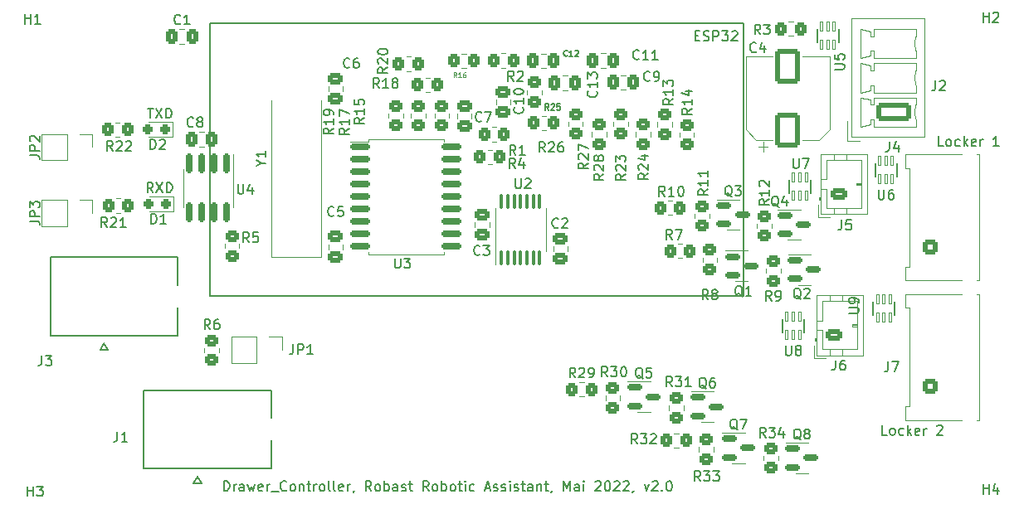
<source format=gto>
G04 #@! TF.GenerationSoftware,KiCad,Pcbnew,(6.0.1)*
G04 #@! TF.CreationDate,2022-05-31T14:36:13+02:00*
G04 #@! TF.ProjectId,Drawer_Controller,44726177-6572-45f4-936f-6e74726f6c6c,rev?*
G04 #@! TF.SameCoordinates,Original*
G04 #@! TF.FileFunction,Legend,Top*
G04 #@! TF.FilePolarity,Positive*
%FSLAX46Y46*%
G04 Gerber Fmt 4.6, Leading zero omitted, Abs format (unit mm)*
G04 Created by KiCad (PCBNEW (6.0.1)) date 2022-05-31 14:36:13*
%MOMM*%
%LPD*%
G01*
G04 APERTURE LIST*
G04 Aperture macros list*
%AMRoundRect*
0 Rectangle with rounded corners*
0 $1 Rounding radius*
0 $2 $3 $4 $5 $6 $7 $8 $9 X,Y pos of 4 corners*
0 Add a 4 corners polygon primitive as box body*
4,1,4,$2,$3,$4,$5,$6,$7,$8,$9,$2,$3,0*
0 Add four circle primitives for the rounded corners*
1,1,$1+$1,$2,$3*
1,1,$1+$1,$4,$5*
1,1,$1+$1,$6,$7*
1,1,$1+$1,$8,$9*
0 Add four rect primitives between the rounded corners*
20,1,$1+$1,$2,$3,$4,$5,0*
20,1,$1+$1,$4,$5,$6,$7,0*
20,1,$1+$1,$6,$7,$8,$9,0*
20,1,$1+$1,$8,$9,$2,$3,0*%
G04 Aperture macros list end*
%ADD10C,0.150000*%
%ADD11C,0.125000*%
%ADD12C,0.152400*%
%ADD13C,0.120000*%
%ADD14C,0.127000*%
%ADD15C,0.836200*%
%ADD16C,0.876200*%
%ADD17C,0.010000*%
%ADD18RoundRect,0.039000X0.156000X-0.491000X0.156000X0.491000X-0.156000X0.491000X-0.156000X-0.491000X0*%
%ADD19RoundRect,0.039000X-0.156000X0.491000X-0.156000X-0.491000X0.156000X-0.491000X0.156000X0.491000X0*%
%ADD20RoundRect,0.250000X0.337500X0.475000X-0.337500X0.475000X-0.337500X-0.475000X0.337500X-0.475000X0*%
%ADD21RoundRect,0.250000X0.450000X-0.350000X0.450000X0.350000X-0.450000X0.350000X-0.450000X-0.350000X0*%
%ADD22RoundRect,0.250000X-0.450000X0.350000X-0.450000X-0.350000X0.450000X-0.350000X0.450000X0.350000X0*%
%ADD23O,1.750000X1.200000*%
%ADD24RoundRect,0.250000X0.625000X-0.350000X0.625000X0.350000X-0.625000X0.350000X-0.625000X-0.350000X0*%
%ADD25RoundRect,0.150000X-0.587500X-0.150000X0.587500X-0.150000X0.587500X0.150000X-0.587500X0.150000X0*%
%ADD26C,1.000000*%
%ADD27RoundRect,0.250001X0.499999X-0.499999X0.499999X0.499999X-0.499999X0.499999X-0.499999X-0.499999X0*%
%ADD28C,1.500000*%
%ADD29R,2.000000X7.875000*%
%ADD30RoundRect,0.250000X-0.350000X-0.450000X0.350000X-0.450000X0.350000X0.450000X-0.350000X0.450000X0*%
%ADD31RoundRect,0.250000X0.350000X0.450000X-0.350000X0.450000X-0.350000X-0.450000X0.350000X-0.450000X0*%
%ADD32RoundRect,0.237500X0.287500X0.237500X-0.287500X0.237500X-0.287500X-0.237500X0.287500X-0.237500X0*%
%ADD33C,3.200000*%
%ADD34RoundRect,0.150000X-0.150000X0.825000X-0.150000X-0.825000X0.150000X-0.825000X0.150000X0.825000X0*%
%ADD35RoundRect,0.250000X0.475000X-0.337500X0.475000X0.337500X-0.475000X0.337500X-0.475000X-0.337500X0*%
%ADD36RoundRect,0.250000X-0.337500X-0.475000X0.337500X-0.475000X0.337500X0.475000X-0.337500X0.475000X0*%
%ADD37RoundRect,0.250000X-0.475000X0.337500X-0.475000X-0.337500X0.475000X-0.337500X0.475000X0.337500X0*%
%ADD38C,1.600000*%
%ADD39RoundRect,0.150000X-0.875000X-0.150000X0.875000X-0.150000X0.875000X0.150000X-0.875000X0.150000X0*%
%ADD40R,1.700000X1.700000*%
%ADD41O,1.700000X1.700000*%
%ADD42RoundRect,0.250000X1.000000X-1.500000X1.000000X1.500000X-1.000000X1.500000X-1.000000X-1.500000X0*%
%ADD43R,1.560000X1.560000*%
%ADD44C,1.560000*%
%ADD45RoundRect,0.100000X0.100000X-0.637500X0.100000X0.637500X-0.100000X0.637500X-0.100000X-0.637500X0*%
%ADD46RoundRect,0.250000X1.550000X-0.650000X1.550000X0.650000X-1.550000X0.650000X-1.550000X-0.650000X0*%
%ADD47O,3.600000X1.800000*%
G04 APERTURE END LIST*
D10*
X190678571Y-143452380D02*
X190202380Y-143452380D01*
X190202380Y-142452380D01*
X191154761Y-143452380D02*
X191059523Y-143404761D01*
X191011904Y-143357142D01*
X190964285Y-143261904D01*
X190964285Y-142976190D01*
X191011904Y-142880952D01*
X191059523Y-142833333D01*
X191154761Y-142785714D01*
X191297619Y-142785714D01*
X191392857Y-142833333D01*
X191440476Y-142880952D01*
X191488095Y-142976190D01*
X191488095Y-143261904D01*
X191440476Y-143357142D01*
X191392857Y-143404761D01*
X191297619Y-143452380D01*
X191154761Y-143452380D01*
X192345238Y-143404761D02*
X192250000Y-143452380D01*
X192059523Y-143452380D01*
X191964285Y-143404761D01*
X191916666Y-143357142D01*
X191869047Y-143261904D01*
X191869047Y-142976190D01*
X191916666Y-142880952D01*
X191964285Y-142833333D01*
X192059523Y-142785714D01*
X192250000Y-142785714D01*
X192345238Y-142833333D01*
X192773809Y-143452380D02*
X192773809Y-142452380D01*
X192869047Y-143071428D02*
X193154761Y-143452380D01*
X193154761Y-142785714D02*
X192773809Y-143166666D01*
X193964285Y-143404761D02*
X193869047Y-143452380D01*
X193678571Y-143452380D01*
X193583333Y-143404761D01*
X193535714Y-143309523D01*
X193535714Y-142928571D01*
X193583333Y-142833333D01*
X193678571Y-142785714D01*
X193869047Y-142785714D01*
X193964285Y-142833333D01*
X194011904Y-142928571D01*
X194011904Y-143023809D01*
X193535714Y-143119047D01*
X194440476Y-143452380D02*
X194440476Y-142785714D01*
X194440476Y-142976190D02*
X194488095Y-142880952D01*
X194535714Y-142833333D01*
X194630952Y-142785714D01*
X194726190Y-142785714D01*
X195773809Y-142547619D02*
X195821428Y-142500000D01*
X195916666Y-142452380D01*
X196154761Y-142452380D01*
X196250000Y-142500000D01*
X196297619Y-142547619D01*
X196345238Y-142642857D01*
X196345238Y-142738095D01*
X196297619Y-142880952D01*
X195726190Y-143452380D01*
X196345238Y-143452380D01*
X171085142Y-102671571D02*
X171418476Y-102671571D01*
X171561333Y-103195380D02*
X171085142Y-103195380D01*
X171085142Y-102195380D01*
X171561333Y-102195380D01*
X171942285Y-103147761D02*
X172085142Y-103195380D01*
X172323238Y-103195380D01*
X172418476Y-103147761D01*
X172466095Y-103100142D01*
X172513714Y-103004904D01*
X172513714Y-102909666D01*
X172466095Y-102814428D01*
X172418476Y-102766809D01*
X172323238Y-102719190D01*
X172132761Y-102671571D01*
X172037523Y-102623952D01*
X171989904Y-102576333D01*
X171942285Y-102481095D01*
X171942285Y-102385857D01*
X171989904Y-102290619D01*
X172037523Y-102243000D01*
X172132761Y-102195380D01*
X172370857Y-102195380D01*
X172513714Y-102243000D01*
X172942285Y-103195380D02*
X172942285Y-102195380D01*
X173323238Y-102195380D01*
X173418476Y-102243000D01*
X173466095Y-102290619D01*
X173513714Y-102385857D01*
X173513714Y-102528714D01*
X173466095Y-102623952D01*
X173418476Y-102671571D01*
X173323238Y-102719190D01*
X172942285Y-102719190D01*
X173847047Y-102195380D02*
X174466095Y-102195380D01*
X174132761Y-102576333D01*
X174275619Y-102576333D01*
X174370857Y-102623952D01*
X174418476Y-102671571D01*
X174466095Y-102766809D01*
X174466095Y-103004904D01*
X174418476Y-103100142D01*
X174370857Y-103147761D01*
X174275619Y-103195380D01*
X173989904Y-103195380D01*
X173894666Y-103147761D01*
X173847047Y-103100142D01*
X174847047Y-102290619D02*
X174894666Y-102243000D01*
X174989904Y-102195380D01*
X175228000Y-102195380D01*
X175323238Y-102243000D01*
X175370857Y-102290619D01*
X175418476Y-102385857D01*
X175418476Y-102481095D01*
X175370857Y-102623952D01*
X174799428Y-103195380D01*
X175418476Y-103195380D01*
X115792333Y-118689380D02*
X115459000Y-118213190D01*
X115220904Y-118689380D02*
X115220904Y-117689380D01*
X115601857Y-117689380D01*
X115697095Y-117737000D01*
X115744714Y-117784619D01*
X115792333Y-117879857D01*
X115792333Y-118022714D01*
X115744714Y-118117952D01*
X115697095Y-118165571D01*
X115601857Y-118213190D01*
X115220904Y-118213190D01*
X116125666Y-117689380D02*
X116792333Y-118689380D01*
X116792333Y-117689380D02*
X116125666Y-118689380D01*
X117173285Y-118689380D02*
X117173285Y-117689380D01*
X117411380Y-117689380D01*
X117554238Y-117737000D01*
X117649476Y-117832238D01*
X117697095Y-117927476D01*
X117744714Y-118117952D01*
X117744714Y-118260809D01*
X117697095Y-118451285D01*
X117649476Y-118546523D01*
X117554238Y-118641761D01*
X117411380Y-118689380D01*
X117173285Y-118689380D01*
X123013466Y-149169380D02*
X123013466Y-148169380D01*
X123251561Y-148169380D01*
X123394419Y-148217000D01*
X123489657Y-148312238D01*
X123537276Y-148407476D01*
X123584895Y-148597952D01*
X123584895Y-148740809D01*
X123537276Y-148931285D01*
X123489657Y-149026523D01*
X123394419Y-149121761D01*
X123251561Y-149169380D01*
X123013466Y-149169380D01*
X124013466Y-149169380D02*
X124013466Y-148502714D01*
X124013466Y-148693190D02*
X124061085Y-148597952D01*
X124108704Y-148550333D01*
X124203942Y-148502714D01*
X124299180Y-148502714D01*
X125061085Y-149169380D02*
X125061085Y-148645571D01*
X125013466Y-148550333D01*
X124918228Y-148502714D01*
X124727752Y-148502714D01*
X124632514Y-148550333D01*
X125061085Y-149121761D02*
X124965847Y-149169380D01*
X124727752Y-149169380D01*
X124632514Y-149121761D01*
X124584895Y-149026523D01*
X124584895Y-148931285D01*
X124632514Y-148836047D01*
X124727752Y-148788428D01*
X124965847Y-148788428D01*
X125061085Y-148740809D01*
X125442038Y-148502714D02*
X125632514Y-149169380D01*
X125822990Y-148693190D01*
X126013466Y-149169380D01*
X126203942Y-148502714D01*
X126965847Y-149121761D02*
X126870609Y-149169380D01*
X126680133Y-149169380D01*
X126584895Y-149121761D01*
X126537276Y-149026523D01*
X126537276Y-148645571D01*
X126584895Y-148550333D01*
X126680133Y-148502714D01*
X126870609Y-148502714D01*
X126965847Y-148550333D01*
X127013466Y-148645571D01*
X127013466Y-148740809D01*
X126537276Y-148836047D01*
X127442038Y-149169380D02*
X127442038Y-148502714D01*
X127442038Y-148693190D02*
X127489657Y-148597952D01*
X127537276Y-148550333D01*
X127632514Y-148502714D01*
X127727752Y-148502714D01*
X127822990Y-149264619D02*
X128584895Y-149264619D01*
X129394419Y-149074142D02*
X129346800Y-149121761D01*
X129203942Y-149169380D01*
X129108704Y-149169380D01*
X128965847Y-149121761D01*
X128870609Y-149026523D01*
X128822990Y-148931285D01*
X128775371Y-148740809D01*
X128775371Y-148597952D01*
X128822990Y-148407476D01*
X128870609Y-148312238D01*
X128965847Y-148217000D01*
X129108704Y-148169380D01*
X129203942Y-148169380D01*
X129346800Y-148217000D01*
X129394419Y-148264619D01*
X129965847Y-149169380D02*
X129870609Y-149121761D01*
X129822990Y-149074142D01*
X129775371Y-148978904D01*
X129775371Y-148693190D01*
X129822990Y-148597952D01*
X129870609Y-148550333D01*
X129965847Y-148502714D01*
X130108704Y-148502714D01*
X130203942Y-148550333D01*
X130251561Y-148597952D01*
X130299180Y-148693190D01*
X130299180Y-148978904D01*
X130251561Y-149074142D01*
X130203942Y-149121761D01*
X130108704Y-149169380D01*
X129965847Y-149169380D01*
X130727752Y-148502714D02*
X130727752Y-149169380D01*
X130727752Y-148597952D02*
X130775371Y-148550333D01*
X130870609Y-148502714D01*
X131013466Y-148502714D01*
X131108704Y-148550333D01*
X131156323Y-148645571D01*
X131156323Y-149169380D01*
X131489657Y-148502714D02*
X131870609Y-148502714D01*
X131632514Y-148169380D02*
X131632514Y-149026523D01*
X131680133Y-149121761D01*
X131775371Y-149169380D01*
X131870609Y-149169380D01*
X132203942Y-149169380D02*
X132203942Y-148502714D01*
X132203942Y-148693190D02*
X132251561Y-148597952D01*
X132299180Y-148550333D01*
X132394419Y-148502714D01*
X132489657Y-148502714D01*
X132965847Y-149169380D02*
X132870609Y-149121761D01*
X132822990Y-149074142D01*
X132775371Y-148978904D01*
X132775371Y-148693190D01*
X132822990Y-148597952D01*
X132870609Y-148550333D01*
X132965847Y-148502714D01*
X133108704Y-148502714D01*
X133203942Y-148550333D01*
X133251561Y-148597952D01*
X133299180Y-148693190D01*
X133299180Y-148978904D01*
X133251561Y-149074142D01*
X133203942Y-149121761D01*
X133108704Y-149169380D01*
X132965847Y-149169380D01*
X133870609Y-149169380D02*
X133775371Y-149121761D01*
X133727752Y-149026523D01*
X133727752Y-148169380D01*
X134394419Y-149169380D02*
X134299180Y-149121761D01*
X134251561Y-149026523D01*
X134251561Y-148169380D01*
X135156323Y-149121761D02*
X135061085Y-149169380D01*
X134870609Y-149169380D01*
X134775371Y-149121761D01*
X134727752Y-149026523D01*
X134727752Y-148645571D01*
X134775371Y-148550333D01*
X134870609Y-148502714D01*
X135061085Y-148502714D01*
X135156323Y-148550333D01*
X135203942Y-148645571D01*
X135203942Y-148740809D01*
X134727752Y-148836047D01*
X135632514Y-149169380D02*
X135632514Y-148502714D01*
X135632514Y-148693190D02*
X135680133Y-148597952D01*
X135727752Y-148550333D01*
X135822990Y-148502714D01*
X135918228Y-148502714D01*
X136299180Y-149121761D02*
X136299180Y-149169380D01*
X136251561Y-149264619D01*
X136203942Y-149312238D01*
X138061085Y-149169380D02*
X137727752Y-148693190D01*
X137489657Y-149169380D02*
X137489657Y-148169380D01*
X137870609Y-148169380D01*
X137965847Y-148217000D01*
X138013466Y-148264619D01*
X138061085Y-148359857D01*
X138061085Y-148502714D01*
X138013466Y-148597952D01*
X137965847Y-148645571D01*
X137870609Y-148693190D01*
X137489657Y-148693190D01*
X138632514Y-149169380D02*
X138537276Y-149121761D01*
X138489657Y-149074142D01*
X138442038Y-148978904D01*
X138442038Y-148693190D01*
X138489657Y-148597952D01*
X138537276Y-148550333D01*
X138632514Y-148502714D01*
X138775371Y-148502714D01*
X138870609Y-148550333D01*
X138918228Y-148597952D01*
X138965847Y-148693190D01*
X138965847Y-148978904D01*
X138918228Y-149074142D01*
X138870609Y-149121761D01*
X138775371Y-149169380D01*
X138632514Y-149169380D01*
X139394419Y-149169380D02*
X139394419Y-148169380D01*
X139394419Y-148550333D02*
X139489657Y-148502714D01*
X139680133Y-148502714D01*
X139775371Y-148550333D01*
X139822990Y-148597952D01*
X139870609Y-148693190D01*
X139870609Y-148978904D01*
X139822990Y-149074142D01*
X139775371Y-149121761D01*
X139680133Y-149169380D01*
X139489657Y-149169380D01*
X139394419Y-149121761D01*
X140727752Y-149169380D02*
X140727752Y-148645571D01*
X140680133Y-148550333D01*
X140584895Y-148502714D01*
X140394419Y-148502714D01*
X140299180Y-148550333D01*
X140727752Y-149121761D02*
X140632514Y-149169380D01*
X140394419Y-149169380D01*
X140299180Y-149121761D01*
X140251561Y-149026523D01*
X140251561Y-148931285D01*
X140299180Y-148836047D01*
X140394419Y-148788428D01*
X140632514Y-148788428D01*
X140727752Y-148740809D01*
X141156323Y-149121761D02*
X141251561Y-149169380D01*
X141442038Y-149169380D01*
X141537276Y-149121761D01*
X141584895Y-149026523D01*
X141584895Y-148978904D01*
X141537276Y-148883666D01*
X141442038Y-148836047D01*
X141299180Y-148836047D01*
X141203942Y-148788428D01*
X141156323Y-148693190D01*
X141156323Y-148645571D01*
X141203942Y-148550333D01*
X141299180Y-148502714D01*
X141442038Y-148502714D01*
X141537276Y-148550333D01*
X141870609Y-148502714D02*
X142251561Y-148502714D01*
X142013466Y-148169380D02*
X142013466Y-149026523D01*
X142061085Y-149121761D01*
X142156323Y-149169380D01*
X142251561Y-149169380D01*
X143918228Y-149169380D02*
X143584895Y-148693190D01*
X143346800Y-149169380D02*
X143346800Y-148169380D01*
X143727752Y-148169380D01*
X143822990Y-148217000D01*
X143870609Y-148264619D01*
X143918228Y-148359857D01*
X143918228Y-148502714D01*
X143870609Y-148597952D01*
X143822990Y-148645571D01*
X143727752Y-148693190D01*
X143346800Y-148693190D01*
X144489657Y-149169380D02*
X144394419Y-149121761D01*
X144346800Y-149074142D01*
X144299180Y-148978904D01*
X144299180Y-148693190D01*
X144346800Y-148597952D01*
X144394419Y-148550333D01*
X144489657Y-148502714D01*
X144632514Y-148502714D01*
X144727752Y-148550333D01*
X144775371Y-148597952D01*
X144822990Y-148693190D01*
X144822990Y-148978904D01*
X144775371Y-149074142D01*
X144727752Y-149121761D01*
X144632514Y-149169380D01*
X144489657Y-149169380D01*
X145251561Y-149169380D02*
X145251561Y-148169380D01*
X145251561Y-148550333D02*
X145346800Y-148502714D01*
X145537276Y-148502714D01*
X145632514Y-148550333D01*
X145680133Y-148597952D01*
X145727752Y-148693190D01*
X145727752Y-148978904D01*
X145680133Y-149074142D01*
X145632514Y-149121761D01*
X145537276Y-149169380D01*
X145346800Y-149169380D01*
X145251561Y-149121761D01*
X146299180Y-149169380D02*
X146203942Y-149121761D01*
X146156323Y-149074142D01*
X146108704Y-148978904D01*
X146108704Y-148693190D01*
X146156323Y-148597952D01*
X146203942Y-148550333D01*
X146299180Y-148502714D01*
X146442038Y-148502714D01*
X146537276Y-148550333D01*
X146584895Y-148597952D01*
X146632514Y-148693190D01*
X146632514Y-148978904D01*
X146584895Y-149074142D01*
X146537276Y-149121761D01*
X146442038Y-149169380D01*
X146299180Y-149169380D01*
X146918228Y-148502714D02*
X147299180Y-148502714D01*
X147061085Y-148169380D02*
X147061085Y-149026523D01*
X147108704Y-149121761D01*
X147203942Y-149169380D01*
X147299180Y-149169380D01*
X147632514Y-149169380D02*
X147632514Y-148502714D01*
X147632514Y-148169380D02*
X147584895Y-148217000D01*
X147632514Y-148264619D01*
X147680133Y-148217000D01*
X147632514Y-148169380D01*
X147632514Y-148264619D01*
X148537276Y-149121761D02*
X148442038Y-149169380D01*
X148251561Y-149169380D01*
X148156323Y-149121761D01*
X148108704Y-149074142D01*
X148061085Y-148978904D01*
X148061085Y-148693190D01*
X148108704Y-148597952D01*
X148156323Y-148550333D01*
X148251561Y-148502714D01*
X148442038Y-148502714D01*
X148537276Y-148550333D01*
X149680133Y-148883666D02*
X150156323Y-148883666D01*
X149584895Y-149169380D02*
X149918228Y-148169380D01*
X150251561Y-149169380D01*
X150537276Y-149121761D02*
X150632514Y-149169380D01*
X150822990Y-149169380D01*
X150918228Y-149121761D01*
X150965847Y-149026523D01*
X150965847Y-148978904D01*
X150918228Y-148883666D01*
X150822990Y-148836047D01*
X150680133Y-148836047D01*
X150584895Y-148788428D01*
X150537276Y-148693190D01*
X150537276Y-148645571D01*
X150584895Y-148550333D01*
X150680133Y-148502714D01*
X150822990Y-148502714D01*
X150918228Y-148550333D01*
X151346800Y-149121761D02*
X151442038Y-149169380D01*
X151632514Y-149169380D01*
X151727752Y-149121761D01*
X151775371Y-149026523D01*
X151775371Y-148978904D01*
X151727752Y-148883666D01*
X151632514Y-148836047D01*
X151489657Y-148836047D01*
X151394419Y-148788428D01*
X151346800Y-148693190D01*
X151346800Y-148645571D01*
X151394419Y-148550333D01*
X151489657Y-148502714D01*
X151632514Y-148502714D01*
X151727752Y-148550333D01*
X152203942Y-149169380D02*
X152203942Y-148502714D01*
X152203942Y-148169380D02*
X152156323Y-148217000D01*
X152203942Y-148264619D01*
X152251561Y-148217000D01*
X152203942Y-148169380D01*
X152203942Y-148264619D01*
X152632514Y-149121761D02*
X152727752Y-149169380D01*
X152918228Y-149169380D01*
X153013466Y-149121761D01*
X153061085Y-149026523D01*
X153061085Y-148978904D01*
X153013466Y-148883666D01*
X152918228Y-148836047D01*
X152775371Y-148836047D01*
X152680133Y-148788428D01*
X152632514Y-148693190D01*
X152632514Y-148645571D01*
X152680133Y-148550333D01*
X152775371Y-148502714D01*
X152918228Y-148502714D01*
X153013466Y-148550333D01*
X153346800Y-148502714D02*
X153727752Y-148502714D01*
X153489657Y-148169380D02*
X153489657Y-149026523D01*
X153537276Y-149121761D01*
X153632514Y-149169380D01*
X153727752Y-149169380D01*
X154489657Y-149169380D02*
X154489657Y-148645571D01*
X154442038Y-148550333D01*
X154346800Y-148502714D01*
X154156323Y-148502714D01*
X154061085Y-148550333D01*
X154489657Y-149121761D02*
X154394419Y-149169380D01*
X154156323Y-149169380D01*
X154061085Y-149121761D01*
X154013466Y-149026523D01*
X154013466Y-148931285D01*
X154061085Y-148836047D01*
X154156323Y-148788428D01*
X154394419Y-148788428D01*
X154489657Y-148740809D01*
X154965847Y-148502714D02*
X154965847Y-149169380D01*
X154965847Y-148597952D02*
X155013466Y-148550333D01*
X155108704Y-148502714D01*
X155251561Y-148502714D01*
X155346800Y-148550333D01*
X155394419Y-148645571D01*
X155394419Y-149169380D01*
X155727752Y-148502714D02*
X156108704Y-148502714D01*
X155870609Y-148169380D02*
X155870609Y-149026523D01*
X155918228Y-149121761D01*
X156013466Y-149169380D01*
X156108704Y-149169380D01*
X156489657Y-149121761D02*
X156489657Y-149169380D01*
X156442038Y-149264619D01*
X156394419Y-149312238D01*
X157680133Y-149169380D02*
X157680133Y-148169380D01*
X158013466Y-148883666D01*
X158346800Y-148169380D01*
X158346800Y-149169380D01*
X159251561Y-149169380D02*
X159251561Y-148645571D01*
X159203942Y-148550333D01*
X159108704Y-148502714D01*
X158918228Y-148502714D01*
X158822990Y-148550333D01*
X159251561Y-149121761D02*
X159156323Y-149169380D01*
X158918228Y-149169380D01*
X158822990Y-149121761D01*
X158775371Y-149026523D01*
X158775371Y-148931285D01*
X158822990Y-148836047D01*
X158918228Y-148788428D01*
X159156323Y-148788428D01*
X159251561Y-148740809D01*
X159727752Y-149169380D02*
X159727752Y-148502714D01*
X159727752Y-148169380D02*
X159680133Y-148217000D01*
X159727752Y-148264619D01*
X159775371Y-148217000D01*
X159727752Y-148169380D01*
X159727752Y-148264619D01*
X160918228Y-148264619D02*
X160965847Y-148217000D01*
X161061085Y-148169380D01*
X161299180Y-148169380D01*
X161394419Y-148217000D01*
X161442038Y-148264619D01*
X161489657Y-148359857D01*
X161489657Y-148455095D01*
X161442038Y-148597952D01*
X160870609Y-149169380D01*
X161489657Y-149169380D01*
X162108704Y-148169380D02*
X162203942Y-148169380D01*
X162299180Y-148217000D01*
X162346800Y-148264619D01*
X162394419Y-148359857D01*
X162442038Y-148550333D01*
X162442038Y-148788428D01*
X162394419Y-148978904D01*
X162346800Y-149074142D01*
X162299180Y-149121761D01*
X162203942Y-149169380D01*
X162108704Y-149169380D01*
X162013466Y-149121761D01*
X161965847Y-149074142D01*
X161918228Y-148978904D01*
X161870609Y-148788428D01*
X161870609Y-148550333D01*
X161918228Y-148359857D01*
X161965847Y-148264619D01*
X162013466Y-148217000D01*
X162108704Y-148169380D01*
X162822990Y-148264619D02*
X162870609Y-148217000D01*
X162965847Y-148169380D01*
X163203942Y-148169380D01*
X163299180Y-148217000D01*
X163346800Y-148264619D01*
X163394419Y-148359857D01*
X163394419Y-148455095D01*
X163346800Y-148597952D01*
X162775371Y-149169380D01*
X163394419Y-149169380D01*
X163775371Y-148264619D02*
X163822990Y-148217000D01*
X163918228Y-148169380D01*
X164156323Y-148169380D01*
X164251561Y-148217000D01*
X164299180Y-148264619D01*
X164346800Y-148359857D01*
X164346800Y-148455095D01*
X164299180Y-148597952D01*
X163727752Y-149169380D01*
X164346800Y-149169380D01*
X164822990Y-149121761D02*
X164822990Y-149169380D01*
X164775371Y-149264619D01*
X164727752Y-149312238D01*
X165918228Y-148502714D02*
X166156323Y-149169380D01*
X166394419Y-148502714D01*
X166727752Y-148264619D02*
X166775371Y-148217000D01*
X166870609Y-148169380D01*
X167108704Y-148169380D01*
X167203942Y-148217000D01*
X167251561Y-148264619D01*
X167299180Y-148359857D01*
X167299180Y-148455095D01*
X167251561Y-148597952D01*
X166680133Y-149169380D01*
X167299180Y-149169380D01*
X167727752Y-149074142D02*
X167775371Y-149121761D01*
X167727752Y-149169380D01*
X167680133Y-149121761D01*
X167727752Y-149074142D01*
X167727752Y-149169380D01*
X168394419Y-148169380D02*
X168489657Y-148169380D01*
X168584895Y-148217000D01*
X168632514Y-148264619D01*
X168680133Y-148359857D01*
X168727752Y-148550333D01*
X168727752Y-148788428D01*
X168680133Y-148978904D01*
X168632514Y-149074142D01*
X168584895Y-149121761D01*
X168489657Y-149169380D01*
X168394419Y-149169380D01*
X168299180Y-149121761D01*
X168251561Y-149074142D01*
X168203942Y-148978904D01*
X168156323Y-148788428D01*
X168156323Y-148550333D01*
X168203942Y-148359857D01*
X168251561Y-148264619D01*
X168299180Y-148217000D01*
X168394419Y-148169380D01*
X196428571Y-113952380D02*
X195952380Y-113952380D01*
X195952380Y-112952380D01*
X196904761Y-113952380D02*
X196809523Y-113904761D01*
X196761904Y-113857142D01*
X196714285Y-113761904D01*
X196714285Y-113476190D01*
X196761904Y-113380952D01*
X196809523Y-113333333D01*
X196904761Y-113285714D01*
X197047619Y-113285714D01*
X197142857Y-113333333D01*
X197190476Y-113380952D01*
X197238095Y-113476190D01*
X197238095Y-113761904D01*
X197190476Y-113857142D01*
X197142857Y-113904761D01*
X197047619Y-113952380D01*
X196904761Y-113952380D01*
X198095238Y-113904761D02*
X198000000Y-113952380D01*
X197809523Y-113952380D01*
X197714285Y-113904761D01*
X197666666Y-113857142D01*
X197619047Y-113761904D01*
X197619047Y-113476190D01*
X197666666Y-113380952D01*
X197714285Y-113333333D01*
X197809523Y-113285714D01*
X198000000Y-113285714D01*
X198095238Y-113333333D01*
X198523809Y-113952380D02*
X198523809Y-112952380D01*
X198619047Y-113571428D02*
X198904761Y-113952380D01*
X198904761Y-113285714D02*
X198523809Y-113666666D01*
X199714285Y-113904761D02*
X199619047Y-113952380D01*
X199428571Y-113952380D01*
X199333333Y-113904761D01*
X199285714Y-113809523D01*
X199285714Y-113428571D01*
X199333333Y-113333333D01*
X199428571Y-113285714D01*
X199619047Y-113285714D01*
X199714285Y-113333333D01*
X199761904Y-113428571D01*
X199761904Y-113523809D01*
X199285714Y-113619047D01*
X200190476Y-113952380D02*
X200190476Y-113285714D01*
X200190476Y-113476190D02*
X200238095Y-113380952D01*
X200285714Y-113333333D01*
X200380952Y-113285714D01*
X200476190Y-113285714D01*
X202095238Y-113952380D02*
X201523809Y-113952380D01*
X201809523Y-113952380D02*
X201809523Y-112952380D01*
X201714285Y-113095238D01*
X201619047Y-113190476D01*
X201523809Y-113238095D01*
X115247895Y-110094780D02*
X115819323Y-110094780D01*
X115533609Y-111094780D02*
X115533609Y-110094780D01*
X116057419Y-110094780D02*
X116724085Y-111094780D01*
X116724085Y-110094780D02*
X116057419Y-111094780D01*
X117105038Y-111094780D02*
X117105038Y-110094780D01*
X117343133Y-110094780D01*
X117485990Y-110142400D01*
X117581228Y-110237638D01*
X117628847Y-110332876D01*
X117676466Y-110523352D01*
X117676466Y-110666209D01*
X117628847Y-110856685D01*
X117581228Y-110951923D01*
X117485990Y-111047161D01*
X117343133Y-111094780D01*
X117105038Y-111094780D01*
X186802730Y-131006114D02*
X187612254Y-131006114D01*
X187707492Y-130958495D01*
X187755111Y-130910876D01*
X187802730Y-130815638D01*
X187802730Y-130625162D01*
X187755111Y-130529924D01*
X187707492Y-130482305D01*
X187612254Y-130434686D01*
X186802730Y-130434686D01*
X187802730Y-129910876D02*
X187802730Y-129720400D01*
X187755111Y-129625162D01*
X187707492Y-129577543D01*
X187564635Y-129482305D01*
X187374159Y-129434686D01*
X186993207Y-129434686D01*
X186897969Y-129482305D01*
X186850350Y-129529924D01*
X186802730Y-129625162D01*
X186802730Y-129815638D01*
X186850350Y-129910876D01*
X186897969Y-129958495D01*
X186993207Y-130006114D01*
X187231302Y-130006114D01*
X187326540Y-129958495D01*
X187374159Y-129910876D01*
X187421778Y-129815638D01*
X187421778Y-129625162D01*
X187374159Y-129529924D01*
X187326540Y-129482305D01*
X187231302Y-129434686D01*
X180340095Y-134326380D02*
X180340095Y-135135904D01*
X180387714Y-135231142D01*
X180435333Y-135278761D01*
X180530571Y-135326380D01*
X180721047Y-135326380D01*
X180816285Y-135278761D01*
X180863904Y-135231142D01*
X180911523Y-135135904D01*
X180911523Y-134326380D01*
X181530571Y-134754952D02*
X181435333Y-134707333D01*
X181387714Y-134659714D01*
X181340095Y-134564476D01*
X181340095Y-134516857D01*
X181387714Y-134421619D01*
X181435333Y-134374000D01*
X181530571Y-134326380D01*
X181721047Y-134326380D01*
X181816285Y-134374000D01*
X181863904Y-134421619D01*
X181911523Y-134516857D01*
X181911523Y-134564476D01*
X181863904Y-134659714D01*
X181816285Y-134707333D01*
X181721047Y-134754952D01*
X181530571Y-134754952D01*
X181435333Y-134802571D01*
X181387714Y-134850190D01*
X181340095Y-134945428D01*
X181340095Y-135135904D01*
X181387714Y-135231142D01*
X181435333Y-135278761D01*
X181530571Y-135326380D01*
X181721047Y-135326380D01*
X181816285Y-135278761D01*
X181863904Y-135231142D01*
X181911523Y-135135904D01*
X181911523Y-134945428D01*
X181863904Y-134850190D01*
X181816285Y-134802571D01*
X181721047Y-134754952D01*
X181104295Y-115210180D02*
X181104295Y-116019704D01*
X181151914Y-116114942D01*
X181199533Y-116162561D01*
X181294771Y-116210180D01*
X181485247Y-116210180D01*
X181580485Y-116162561D01*
X181628104Y-116114942D01*
X181675723Y-116019704D01*
X181675723Y-115210180D01*
X182056676Y-115210180D02*
X182723342Y-115210180D01*
X182294771Y-116210180D01*
X189814295Y-118400580D02*
X189814295Y-119210104D01*
X189861914Y-119305342D01*
X189909533Y-119352961D01*
X190004771Y-119400580D01*
X190195247Y-119400580D01*
X190290485Y-119352961D01*
X190338104Y-119305342D01*
X190385723Y-119210104D01*
X190385723Y-118400580D01*
X191290485Y-118400580D02*
X191100009Y-118400580D01*
X191004771Y-118448200D01*
X190957152Y-118495819D01*
X190861914Y-118638676D01*
X190814295Y-118829152D01*
X190814295Y-119210104D01*
X190861914Y-119305342D01*
X190909533Y-119352961D01*
X191004771Y-119400580D01*
X191195247Y-119400580D01*
X191290485Y-119352961D01*
X191338104Y-119305342D01*
X191385723Y-119210104D01*
X191385723Y-118972009D01*
X191338104Y-118876771D01*
X191290485Y-118829152D01*
X191195247Y-118781533D01*
X191004771Y-118781533D01*
X190909533Y-118829152D01*
X190861914Y-118876771D01*
X190814295Y-118972009D01*
X185329580Y-106121104D02*
X186139104Y-106121104D01*
X186234342Y-106073485D01*
X186281961Y-106025866D01*
X186329580Y-105930628D01*
X186329580Y-105740152D01*
X186281961Y-105644914D01*
X186234342Y-105597295D01*
X186139104Y-105549676D01*
X185329580Y-105549676D01*
X185329580Y-104597295D02*
X185329580Y-105073485D01*
X185805771Y-105121104D01*
X185758152Y-105073485D01*
X185710533Y-104978247D01*
X185710533Y-104740152D01*
X185758152Y-104644914D01*
X185805771Y-104597295D01*
X185901009Y-104549676D01*
X186139104Y-104549676D01*
X186234342Y-104597295D01*
X186281961Y-104644914D01*
X186329580Y-104740152D01*
X186329580Y-104978247D01*
X186281961Y-105073485D01*
X186234342Y-105121104D01*
X119899133Y-111913942D02*
X119851514Y-111961561D01*
X119708657Y-112009180D01*
X119613419Y-112009180D01*
X119470561Y-111961561D01*
X119375323Y-111866323D01*
X119327704Y-111771085D01*
X119280085Y-111580609D01*
X119280085Y-111437752D01*
X119327704Y-111247276D01*
X119375323Y-111152038D01*
X119470561Y-111056800D01*
X119613419Y-111009180D01*
X119708657Y-111009180D01*
X119851514Y-111056800D01*
X119899133Y-111104419D01*
X120470561Y-111437752D02*
X120375323Y-111390133D01*
X120327704Y-111342514D01*
X120280085Y-111247276D01*
X120280085Y-111199657D01*
X120327704Y-111104419D01*
X120375323Y-111056800D01*
X120470561Y-111009180D01*
X120661038Y-111009180D01*
X120756276Y-111056800D01*
X120803895Y-111104419D01*
X120851514Y-111199657D01*
X120851514Y-111247276D01*
X120803895Y-111342514D01*
X120756276Y-111390133D01*
X120661038Y-111437752D01*
X120470561Y-111437752D01*
X120375323Y-111485371D01*
X120327704Y-111532990D01*
X120280085Y-111628228D01*
X120280085Y-111818704D01*
X120327704Y-111913942D01*
X120375323Y-111961561D01*
X120470561Y-112009180D01*
X120661038Y-112009180D01*
X120756276Y-111961561D01*
X120803895Y-111913942D01*
X120851514Y-111818704D01*
X120851514Y-111628228D01*
X120803895Y-111532990D01*
X120756276Y-111485371D01*
X120661038Y-111437752D01*
X178633380Y-119387857D02*
X178157190Y-119721190D01*
X178633380Y-119959285D02*
X177633380Y-119959285D01*
X177633380Y-119578333D01*
X177681000Y-119483095D01*
X177728619Y-119435476D01*
X177823857Y-119387857D01*
X177966714Y-119387857D01*
X178061952Y-119435476D01*
X178109571Y-119483095D01*
X178157190Y-119578333D01*
X178157190Y-119959285D01*
X178633380Y-118435476D02*
X178633380Y-119006904D01*
X178633380Y-118721190D02*
X177633380Y-118721190D01*
X177776238Y-118816428D01*
X177871476Y-118911666D01*
X177919095Y-119006904D01*
X177728619Y-118054523D02*
X177681000Y-118006904D01*
X177633380Y-117911666D01*
X177633380Y-117673571D01*
X177681000Y-117578333D01*
X177728619Y-117530714D01*
X177823857Y-117483095D01*
X177919095Y-117483095D01*
X178061952Y-117530714D01*
X178633380Y-118102142D01*
X178633380Y-117483095D01*
X160167580Y-115679457D02*
X159691390Y-116012790D01*
X160167580Y-116250885D02*
X159167580Y-116250885D01*
X159167580Y-115869933D01*
X159215200Y-115774695D01*
X159262819Y-115727076D01*
X159358057Y-115679457D01*
X159500914Y-115679457D01*
X159596152Y-115727076D01*
X159643771Y-115774695D01*
X159691390Y-115869933D01*
X159691390Y-116250885D01*
X159262819Y-115298504D02*
X159215200Y-115250885D01*
X159167580Y-115155647D01*
X159167580Y-114917552D01*
X159215200Y-114822314D01*
X159262819Y-114774695D01*
X159358057Y-114727076D01*
X159453295Y-114727076D01*
X159596152Y-114774695D01*
X160167580Y-115346123D01*
X160167580Y-114727076D01*
X159167580Y-114393742D02*
X159167580Y-113727076D01*
X160167580Y-114155647D01*
X162171142Y-137485380D02*
X161837809Y-137009190D01*
X161599714Y-137485380D02*
X161599714Y-136485380D01*
X161980666Y-136485380D01*
X162075904Y-136533000D01*
X162123523Y-136580619D01*
X162171142Y-136675857D01*
X162171142Y-136818714D01*
X162123523Y-136913952D01*
X162075904Y-136961571D01*
X161980666Y-137009190D01*
X161599714Y-137009190D01*
X162504476Y-136485380D02*
X163123523Y-136485380D01*
X162790190Y-136866333D01*
X162933047Y-136866333D01*
X163028285Y-136913952D01*
X163075904Y-136961571D01*
X163123523Y-137056809D01*
X163123523Y-137294904D01*
X163075904Y-137390142D01*
X163028285Y-137437761D01*
X162933047Y-137485380D01*
X162647333Y-137485380D01*
X162552095Y-137437761D01*
X162504476Y-137390142D01*
X163742571Y-136485380D02*
X163837809Y-136485380D01*
X163933047Y-136533000D01*
X163980666Y-136580619D01*
X164028285Y-136675857D01*
X164075904Y-136866333D01*
X164075904Y-137104428D01*
X164028285Y-137294904D01*
X163980666Y-137390142D01*
X163933047Y-137437761D01*
X163837809Y-137485380D01*
X163742571Y-137485380D01*
X163647333Y-137437761D01*
X163599714Y-137390142D01*
X163552095Y-137294904D01*
X163504476Y-137104428D01*
X163504476Y-136866333D01*
X163552095Y-136675857D01*
X163599714Y-136580619D01*
X163647333Y-136533000D01*
X163742571Y-136485380D01*
X161012142Y-108338857D02*
X161059761Y-108386476D01*
X161107380Y-108529333D01*
X161107380Y-108624571D01*
X161059761Y-108767428D01*
X160964523Y-108862666D01*
X160869285Y-108910285D01*
X160678809Y-108957904D01*
X160535952Y-108957904D01*
X160345476Y-108910285D01*
X160250238Y-108862666D01*
X160155000Y-108767428D01*
X160107380Y-108624571D01*
X160107380Y-108529333D01*
X160155000Y-108386476D01*
X160202619Y-108338857D01*
X161107380Y-107386476D02*
X161107380Y-107957904D01*
X161107380Y-107672190D02*
X160107380Y-107672190D01*
X160250238Y-107767428D01*
X160345476Y-107862666D01*
X160393095Y-107957904D01*
X160107380Y-107053142D02*
X160107380Y-106434095D01*
X160488333Y-106767428D01*
X160488333Y-106624571D01*
X160535952Y-106529333D01*
X160583571Y-106481714D01*
X160678809Y-106434095D01*
X160916904Y-106434095D01*
X161012142Y-106481714D01*
X161059761Y-106529333D01*
X161107380Y-106624571D01*
X161107380Y-106910285D01*
X161059761Y-107005523D01*
X161012142Y-107053142D01*
X186063266Y-121499380D02*
X186063266Y-122213666D01*
X186015647Y-122356523D01*
X185920409Y-122451761D01*
X185777552Y-122499380D01*
X185682314Y-122499380D01*
X187015647Y-121499380D02*
X186539457Y-121499380D01*
X186491838Y-121975571D01*
X186539457Y-121927952D01*
X186634695Y-121880333D01*
X186872790Y-121880333D01*
X186968028Y-121927952D01*
X187015647Y-121975571D01*
X187063266Y-122070809D01*
X187063266Y-122308904D01*
X187015647Y-122404142D01*
X186968028Y-122451761D01*
X186872790Y-122499380D01*
X186634695Y-122499380D01*
X186539457Y-122451761D01*
X186491838Y-122404142D01*
X172244261Y-138713619D02*
X172149023Y-138666000D01*
X172053785Y-138570761D01*
X171910928Y-138427904D01*
X171815690Y-138380285D01*
X171720452Y-138380285D01*
X171768071Y-138618380D02*
X171672833Y-138570761D01*
X171577595Y-138475523D01*
X171529976Y-138285047D01*
X171529976Y-137951714D01*
X171577595Y-137761238D01*
X171672833Y-137666000D01*
X171768071Y-137618380D01*
X171958547Y-137618380D01*
X172053785Y-137666000D01*
X172149023Y-137761238D01*
X172196642Y-137951714D01*
X172196642Y-138285047D01*
X172149023Y-138475523D01*
X172053785Y-138570761D01*
X171958547Y-138618380D01*
X171768071Y-138618380D01*
X173053785Y-137618380D02*
X172863309Y-137618380D01*
X172768071Y-137666000D01*
X172720452Y-137713619D01*
X172625214Y-137856476D01*
X172577595Y-138046952D01*
X172577595Y-138427904D01*
X172625214Y-138523142D01*
X172672833Y-138570761D01*
X172768071Y-138618380D01*
X172958547Y-138618380D01*
X173053785Y-138570761D01*
X173101404Y-138523142D01*
X173149023Y-138427904D01*
X173149023Y-138189809D01*
X173101404Y-138094571D01*
X173053785Y-138046952D01*
X172958547Y-137999333D01*
X172768071Y-137999333D01*
X172672833Y-138046952D01*
X172625214Y-138094571D01*
X172577595Y-138189809D01*
X190928666Y-113498380D02*
X190928666Y-114212666D01*
X190881047Y-114355523D01*
X190785809Y-114450761D01*
X190642952Y-114498380D01*
X190547714Y-114498380D01*
X191833428Y-113831714D02*
X191833428Y-114498380D01*
X191595333Y-113450761D02*
X191357238Y-114165047D01*
X191976285Y-114165047D01*
X126829790Y-115671290D02*
X127305980Y-115671290D01*
X126305980Y-116004623D02*
X126829790Y-115671290D01*
X126305980Y-115337957D01*
X127305980Y-114480814D02*
X127305980Y-115052242D01*
X127305980Y-114766528D02*
X126305980Y-114766528D01*
X126448838Y-114861766D01*
X126544076Y-114957004D01*
X126591695Y-115052242D01*
X139720580Y-105925857D02*
X139244390Y-106259190D01*
X139720580Y-106497285D02*
X138720580Y-106497285D01*
X138720580Y-106116333D01*
X138768200Y-106021095D01*
X138815819Y-105973476D01*
X138911057Y-105925857D01*
X139053914Y-105925857D01*
X139149152Y-105973476D01*
X139196771Y-106021095D01*
X139244390Y-106116333D01*
X139244390Y-106497285D01*
X138815819Y-105544904D02*
X138768200Y-105497285D01*
X138720580Y-105402047D01*
X138720580Y-105163952D01*
X138768200Y-105068714D01*
X138815819Y-105021095D01*
X138911057Y-104973476D01*
X139006295Y-104973476D01*
X139149152Y-105021095D01*
X139720580Y-105592523D01*
X139720580Y-104973476D01*
X138720580Y-104354428D02*
X138720580Y-104259190D01*
X138768200Y-104163952D01*
X138815819Y-104116333D01*
X138911057Y-104068714D01*
X139101533Y-104021095D01*
X139339628Y-104021095D01*
X139530104Y-104068714D01*
X139625342Y-104116333D01*
X139672961Y-104163952D01*
X139720580Y-104259190D01*
X139720580Y-104354428D01*
X139672961Y-104449666D01*
X139625342Y-104497285D01*
X139530104Y-104544904D01*
X139339628Y-104592523D01*
X139101533Y-104592523D01*
X138911057Y-104544904D01*
X138815819Y-104497285D01*
X138768200Y-104449666D01*
X138720580Y-104354428D01*
X111107142Y-122238380D02*
X110773809Y-121762190D01*
X110535714Y-122238380D02*
X110535714Y-121238380D01*
X110916666Y-121238380D01*
X111011904Y-121286000D01*
X111059523Y-121333619D01*
X111107142Y-121428857D01*
X111107142Y-121571714D01*
X111059523Y-121666952D01*
X111011904Y-121714571D01*
X110916666Y-121762190D01*
X110535714Y-121762190D01*
X111488095Y-121333619D02*
X111535714Y-121286000D01*
X111630952Y-121238380D01*
X111869047Y-121238380D01*
X111964285Y-121286000D01*
X112011904Y-121333619D01*
X112059523Y-121428857D01*
X112059523Y-121524095D01*
X112011904Y-121666952D01*
X111440476Y-122238380D01*
X112059523Y-122238380D01*
X113011904Y-122238380D02*
X112440476Y-122238380D01*
X112726190Y-122238380D02*
X112726190Y-121238380D01*
X112630952Y-121381238D01*
X112535714Y-121476476D01*
X112440476Y-121524095D01*
X175926761Y-129325619D02*
X175831523Y-129278000D01*
X175736285Y-129182761D01*
X175593428Y-129039904D01*
X175498190Y-128992285D01*
X175402952Y-128992285D01*
X175450571Y-129230380D02*
X175355333Y-129182761D01*
X175260095Y-129087523D01*
X175212476Y-128897047D01*
X175212476Y-128563714D01*
X175260095Y-128373238D01*
X175355333Y-128278000D01*
X175450571Y-128230380D01*
X175641047Y-128230380D01*
X175736285Y-128278000D01*
X175831523Y-128373238D01*
X175879142Y-128563714D01*
X175879142Y-128897047D01*
X175831523Y-129087523D01*
X175736285Y-129182761D01*
X175641047Y-129230380D01*
X175450571Y-129230380D01*
X176831523Y-129230380D02*
X176260095Y-129230380D01*
X176545809Y-129230380D02*
X176545809Y-128230380D01*
X176450571Y-128373238D01*
X176355333Y-128468476D01*
X176260095Y-128516095D01*
X185427466Y-135831180D02*
X185427466Y-136545466D01*
X185379847Y-136688323D01*
X185284609Y-136783561D01*
X185141752Y-136831180D01*
X185046514Y-136831180D01*
X186332228Y-135831180D02*
X186141752Y-135831180D01*
X186046514Y-135878800D01*
X185998895Y-135926419D01*
X185903657Y-136069276D01*
X185856038Y-136259752D01*
X185856038Y-136640704D01*
X185903657Y-136735942D01*
X185951276Y-136783561D01*
X186046514Y-136831180D01*
X186236990Y-136831180D01*
X186332228Y-136783561D01*
X186379847Y-136735942D01*
X186427466Y-136640704D01*
X186427466Y-136402609D01*
X186379847Y-136307371D01*
X186332228Y-136259752D01*
X186236990Y-136212133D01*
X186046514Y-136212133D01*
X185951276Y-136259752D01*
X185903657Y-136307371D01*
X185856038Y-136402609D01*
X181895761Y-129579619D02*
X181800523Y-129532000D01*
X181705285Y-129436761D01*
X181562428Y-129293904D01*
X181467190Y-129246285D01*
X181371952Y-129246285D01*
X181419571Y-129484380D02*
X181324333Y-129436761D01*
X181229095Y-129341523D01*
X181181476Y-129151047D01*
X181181476Y-128817714D01*
X181229095Y-128627238D01*
X181324333Y-128532000D01*
X181419571Y-128484380D01*
X181610047Y-128484380D01*
X181705285Y-128532000D01*
X181800523Y-128627238D01*
X181848142Y-128817714D01*
X181848142Y-129151047D01*
X181800523Y-129341523D01*
X181705285Y-129436761D01*
X181610047Y-129484380D01*
X181419571Y-129484380D01*
X182229095Y-128579619D02*
X182276714Y-128532000D01*
X182371952Y-128484380D01*
X182610047Y-128484380D01*
X182705285Y-128532000D01*
X182752904Y-128579619D01*
X182800523Y-128674857D01*
X182800523Y-128770095D01*
X182752904Y-128912952D01*
X182181476Y-129484380D01*
X182800523Y-129484380D01*
X152741333Y-116200180D02*
X152408000Y-115723990D01*
X152169904Y-116200180D02*
X152169904Y-115200180D01*
X152550857Y-115200180D01*
X152646095Y-115247800D01*
X152693714Y-115295419D01*
X152741333Y-115390657D01*
X152741333Y-115533514D01*
X152693714Y-115628752D01*
X152646095Y-115676371D01*
X152550857Y-115723990D01*
X152169904Y-115723990D01*
X153598476Y-115533514D02*
X153598476Y-116200180D01*
X153360380Y-115152561D02*
X153122285Y-115866847D01*
X153741333Y-115866847D01*
X115517704Y-114269780D02*
X115517704Y-113269780D01*
X115755800Y-113269780D01*
X115898657Y-113317400D01*
X115993895Y-113412638D01*
X116041514Y-113507876D01*
X116089133Y-113698352D01*
X116089133Y-113841209D01*
X116041514Y-114031685D01*
X115993895Y-114126923D01*
X115898657Y-114222161D01*
X115755800Y-114269780D01*
X115517704Y-114269780D01*
X116470085Y-113365019D02*
X116517704Y-113317400D01*
X116612942Y-113269780D01*
X116851038Y-113269780D01*
X116946276Y-113317400D01*
X116993895Y-113365019D01*
X117041514Y-113460257D01*
X117041514Y-113555495D01*
X116993895Y-113698352D01*
X116422466Y-114269780D01*
X117041514Y-114269780D01*
D11*
X146744571Y-106931590D02*
X146577904Y-106693495D01*
X146458857Y-106931590D02*
X146458857Y-106431590D01*
X146649333Y-106431590D01*
X146696952Y-106455400D01*
X146720761Y-106479209D01*
X146744571Y-106526828D01*
X146744571Y-106598257D01*
X146720761Y-106645876D01*
X146696952Y-106669685D01*
X146649333Y-106693495D01*
X146458857Y-106693495D01*
X147220761Y-106931590D02*
X146935047Y-106931590D01*
X147077904Y-106931590D02*
X147077904Y-106431590D01*
X147030285Y-106503019D01*
X146982666Y-106550638D01*
X146935047Y-106574447D01*
X147649333Y-106431590D02*
X147554095Y-106431590D01*
X147506476Y-106455400D01*
X147482666Y-106479209D01*
X147435047Y-106550638D01*
X147411238Y-106645876D01*
X147411238Y-106836352D01*
X147435047Y-106883971D01*
X147458857Y-106907780D01*
X147506476Y-106931590D01*
X147601714Y-106931590D01*
X147649333Y-106907780D01*
X147673142Y-106883971D01*
X147696952Y-106836352D01*
X147696952Y-106717304D01*
X147673142Y-106669685D01*
X147649333Y-106645876D01*
X147601714Y-106622066D01*
X147506476Y-106622066D01*
X147458857Y-106645876D01*
X147435047Y-106669685D01*
X147411238Y-106717304D01*
D10*
X166482733Y-107214942D02*
X166435114Y-107262561D01*
X166292257Y-107310180D01*
X166197019Y-107310180D01*
X166054161Y-107262561D01*
X165958923Y-107167323D01*
X165911304Y-107072085D01*
X165863685Y-106881609D01*
X165863685Y-106738752D01*
X165911304Y-106548276D01*
X165958923Y-106453038D01*
X166054161Y-106357800D01*
X166197019Y-106310180D01*
X166292257Y-106310180D01*
X166435114Y-106357800D01*
X166482733Y-106405419D01*
X166958923Y-107310180D02*
X167149400Y-107310180D01*
X167244638Y-107262561D01*
X167292257Y-107214942D01*
X167387495Y-107072085D01*
X167435114Y-106881609D01*
X167435114Y-106500657D01*
X167387495Y-106405419D01*
X167339876Y-106357800D01*
X167244638Y-106310180D01*
X167054161Y-106310180D01*
X166958923Y-106357800D01*
X166911304Y-106405419D01*
X166863685Y-106500657D01*
X166863685Y-106738752D01*
X166911304Y-106833990D01*
X166958923Y-106881609D01*
X167054161Y-106929228D01*
X167244638Y-106929228D01*
X167339876Y-106881609D01*
X167387495Y-106833990D01*
X167435114Y-106738752D01*
X200488095Y-149452380D02*
X200488095Y-148452380D01*
X200488095Y-148928571D02*
X201059523Y-148928571D01*
X201059523Y-149452380D02*
X201059523Y-148452380D01*
X201964285Y-148785714D02*
X201964285Y-149452380D01*
X201726190Y-148404761D02*
X201488095Y-149119047D01*
X202107142Y-149119047D01*
X125588733Y-123769380D02*
X125255400Y-123293190D01*
X125017304Y-123769380D02*
X125017304Y-122769380D01*
X125398257Y-122769380D01*
X125493495Y-122817000D01*
X125541114Y-122864619D01*
X125588733Y-122959857D01*
X125588733Y-123102714D01*
X125541114Y-123197952D01*
X125493495Y-123245571D01*
X125398257Y-123293190D01*
X125017304Y-123293190D01*
X126493495Y-122769380D02*
X126017304Y-122769380D01*
X125969685Y-123245571D01*
X126017304Y-123197952D01*
X126112542Y-123150333D01*
X126350638Y-123150333D01*
X126445876Y-123197952D01*
X126493495Y-123245571D01*
X126541114Y-123340809D01*
X126541114Y-123578904D01*
X126493495Y-123674142D01*
X126445876Y-123721761D01*
X126350638Y-123769380D01*
X126112542Y-123769380D01*
X126017304Y-123721761D01*
X125969685Y-123674142D01*
X124434695Y-117841780D02*
X124434695Y-118651304D01*
X124482314Y-118746542D01*
X124529933Y-118794161D01*
X124625171Y-118841780D01*
X124815647Y-118841780D01*
X124910885Y-118794161D01*
X124958504Y-118746542D01*
X125006123Y-118651304D01*
X125006123Y-117841780D01*
X125910885Y-118175114D02*
X125910885Y-118841780D01*
X125672790Y-117794161D02*
X125434695Y-118508447D01*
X126053742Y-118508447D01*
X152588933Y-107302380D02*
X152255600Y-106826190D01*
X152017504Y-107302380D02*
X152017504Y-106302380D01*
X152398457Y-106302380D01*
X152493695Y-106350000D01*
X152541314Y-106397619D01*
X152588933Y-106492857D01*
X152588933Y-106635714D01*
X152541314Y-106730952D01*
X152493695Y-106778571D01*
X152398457Y-106826190D01*
X152017504Y-106826190D01*
X152969885Y-106397619D02*
X153017504Y-106350000D01*
X153112742Y-106302380D01*
X153350838Y-106302380D01*
X153446076Y-106350000D01*
X153493695Y-106397619D01*
X153541314Y-106492857D01*
X153541314Y-106588095D01*
X153493695Y-106730952D01*
X152922266Y-107302380D01*
X153541314Y-107302380D01*
X178300142Y-143708380D02*
X177966809Y-143232190D01*
X177728714Y-143708380D02*
X177728714Y-142708380D01*
X178109666Y-142708380D01*
X178204904Y-142756000D01*
X178252523Y-142803619D01*
X178300142Y-142898857D01*
X178300142Y-143041714D01*
X178252523Y-143136952D01*
X178204904Y-143184571D01*
X178109666Y-143232190D01*
X177728714Y-143232190D01*
X178633476Y-142708380D02*
X179252523Y-142708380D01*
X178919190Y-143089333D01*
X179062047Y-143089333D01*
X179157285Y-143136952D01*
X179204904Y-143184571D01*
X179252523Y-143279809D01*
X179252523Y-143517904D01*
X179204904Y-143613142D01*
X179157285Y-143660761D01*
X179062047Y-143708380D01*
X178776333Y-143708380D01*
X178681095Y-143660761D01*
X178633476Y-143613142D01*
X180109666Y-143041714D02*
X180109666Y-143708380D01*
X179871571Y-142660761D02*
X179633476Y-143375047D01*
X180252523Y-143375047D01*
X175418761Y-142927619D02*
X175323523Y-142880000D01*
X175228285Y-142784761D01*
X175085428Y-142641904D01*
X174990190Y-142594285D01*
X174894952Y-142594285D01*
X174942571Y-142832380D02*
X174847333Y-142784761D01*
X174752095Y-142689523D01*
X174704476Y-142499047D01*
X174704476Y-142165714D01*
X174752095Y-141975238D01*
X174847333Y-141880000D01*
X174942571Y-141832380D01*
X175133047Y-141832380D01*
X175228285Y-141880000D01*
X175323523Y-141975238D01*
X175371142Y-142165714D01*
X175371142Y-142499047D01*
X175323523Y-142689523D01*
X175228285Y-142784761D01*
X175133047Y-142832380D01*
X174942571Y-142832380D01*
X175704476Y-141832380D02*
X176371142Y-141832380D01*
X175942571Y-142832380D01*
X115593904Y-121864380D02*
X115593904Y-120864380D01*
X115832000Y-120864380D01*
X115974857Y-120912000D01*
X116070095Y-121007238D01*
X116117714Y-121102476D01*
X116165333Y-121292952D01*
X116165333Y-121435809D01*
X116117714Y-121626285D01*
X116070095Y-121721523D01*
X115974857Y-121816761D01*
X115832000Y-121864380D01*
X115593904Y-121864380D01*
X117117714Y-121864380D02*
X116546285Y-121864380D01*
X116832000Y-121864380D02*
X116832000Y-120864380D01*
X116736761Y-121007238D01*
X116641523Y-121102476D01*
X116546285Y-121150095D01*
X134250133Y-121032542D02*
X134202514Y-121080161D01*
X134059657Y-121127780D01*
X133964419Y-121127780D01*
X133821561Y-121080161D01*
X133726323Y-120984923D01*
X133678704Y-120889685D01*
X133631085Y-120699209D01*
X133631085Y-120556352D01*
X133678704Y-120365876D01*
X133726323Y-120270638D01*
X133821561Y-120175400D01*
X133964419Y-120127780D01*
X134059657Y-120127780D01*
X134202514Y-120175400D01*
X134250133Y-120223019D01*
X135154895Y-120127780D02*
X134678704Y-120127780D01*
X134631085Y-120603971D01*
X134678704Y-120556352D01*
X134773942Y-120508733D01*
X135012038Y-120508733D01*
X135107276Y-120556352D01*
X135154895Y-120603971D01*
X135202514Y-120699209D01*
X135202514Y-120937304D01*
X135154895Y-121032542D01*
X135107276Y-121080161D01*
X135012038Y-121127780D01*
X134773942Y-121127780D01*
X134678704Y-121080161D01*
X134631085Y-121032542D01*
X170759380Y-110116857D02*
X170283190Y-110450190D01*
X170759380Y-110688285D02*
X169759380Y-110688285D01*
X169759380Y-110307333D01*
X169807000Y-110212095D01*
X169854619Y-110164476D01*
X169949857Y-110116857D01*
X170092714Y-110116857D01*
X170187952Y-110164476D01*
X170235571Y-110212095D01*
X170283190Y-110307333D01*
X170283190Y-110688285D01*
X170759380Y-109164476D02*
X170759380Y-109735904D01*
X170759380Y-109450190D02*
X169759380Y-109450190D01*
X169902238Y-109545428D01*
X169997476Y-109640666D01*
X170045095Y-109735904D01*
X170092714Y-108307333D02*
X170759380Y-108307333D01*
X169711761Y-108545428D02*
X170426047Y-108783523D01*
X170426047Y-108164476D01*
X118583333Y-101427142D02*
X118535714Y-101474761D01*
X118392857Y-101522380D01*
X118297619Y-101522380D01*
X118154761Y-101474761D01*
X118059523Y-101379523D01*
X118011904Y-101284285D01*
X117964285Y-101093809D01*
X117964285Y-100950952D01*
X118011904Y-100760476D01*
X118059523Y-100665238D01*
X118154761Y-100570000D01*
X118297619Y-100522380D01*
X118392857Y-100522380D01*
X118535714Y-100570000D01*
X118583333Y-100617619D01*
X119535714Y-101522380D02*
X118964285Y-101522380D01*
X119250000Y-101522380D02*
X119250000Y-100522380D01*
X119154761Y-100665238D01*
X119059523Y-100760476D01*
X118964285Y-100808095D01*
X161767780Y-116797057D02*
X161291590Y-117130390D01*
X161767780Y-117368485D02*
X160767780Y-117368485D01*
X160767780Y-116987533D01*
X160815400Y-116892295D01*
X160863019Y-116844676D01*
X160958257Y-116797057D01*
X161101114Y-116797057D01*
X161196352Y-116844676D01*
X161243971Y-116892295D01*
X161291590Y-116987533D01*
X161291590Y-117368485D01*
X160863019Y-116416104D02*
X160815400Y-116368485D01*
X160767780Y-116273247D01*
X160767780Y-116035152D01*
X160815400Y-115939914D01*
X160863019Y-115892295D01*
X160958257Y-115844676D01*
X161053495Y-115844676D01*
X161196352Y-115892295D01*
X161767780Y-116463723D01*
X161767780Y-115844676D01*
X161196352Y-115273247D02*
X161148733Y-115368485D01*
X161101114Y-115416104D01*
X161005876Y-115463723D01*
X160958257Y-115463723D01*
X160863019Y-115416104D01*
X160815400Y-115368485D01*
X160767780Y-115273247D01*
X160767780Y-115082771D01*
X160815400Y-114987533D01*
X160863019Y-114939914D01*
X160958257Y-114892295D01*
X161005876Y-114892295D01*
X161101114Y-114939914D01*
X161148733Y-114987533D01*
X161196352Y-115082771D01*
X161196352Y-115273247D01*
X161243971Y-115368485D01*
X161291590Y-115416104D01*
X161386828Y-115463723D01*
X161577304Y-115463723D01*
X161672542Y-115416104D01*
X161720161Y-115368485D01*
X161767780Y-115273247D01*
X161767780Y-115082771D01*
X161720161Y-114987533D01*
X161672542Y-114939914D01*
X161577304Y-114892295D01*
X161386828Y-114892295D01*
X161291590Y-114939914D01*
X161243971Y-114987533D01*
X161196352Y-115082771D01*
X134183380Y-112123457D02*
X133707190Y-112456790D01*
X134183380Y-112694885D02*
X133183380Y-112694885D01*
X133183380Y-112313933D01*
X133231000Y-112218695D01*
X133278619Y-112171076D01*
X133373857Y-112123457D01*
X133516714Y-112123457D01*
X133611952Y-112171076D01*
X133659571Y-112218695D01*
X133707190Y-112313933D01*
X133707190Y-112694885D01*
X134183380Y-111171076D02*
X134183380Y-111742504D01*
X134183380Y-111456790D02*
X133183380Y-111456790D01*
X133326238Y-111552028D01*
X133421476Y-111647266D01*
X133469095Y-111742504D01*
X134183380Y-110694885D02*
X134183380Y-110504409D01*
X134135761Y-110409171D01*
X134088142Y-110361552D01*
X133945285Y-110266314D01*
X133754809Y-110218695D01*
X133373857Y-110218695D01*
X133278619Y-110266314D01*
X133231000Y-110313933D01*
X133183380Y-110409171D01*
X133183380Y-110599647D01*
X133231000Y-110694885D01*
X133278619Y-110742504D01*
X133373857Y-110790123D01*
X133611952Y-110790123D01*
X133707190Y-110742504D01*
X133754809Y-110694885D01*
X133802428Y-110599647D01*
X133802428Y-110409171D01*
X133754809Y-110313933D01*
X133707190Y-110266314D01*
X133611952Y-110218695D01*
X171645342Y-148153380D02*
X171312009Y-147677190D01*
X171073914Y-148153380D02*
X171073914Y-147153380D01*
X171454866Y-147153380D01*
X171550104Y-147201000D01*
X171597723Y-147248619D01*
X171645342Y-147343857D01*
X171645342Y-147486714D01*
X171597723Y-147581952D01*
X171550104Y-147629571D01*
X171454866Y-147677190D01*
X171073914Y-147677190D01*
X171978676Y-147153380D02*
X172597723Y-147153380D01*
X172264390Y-147534333D01*
X172407247Y-147534333D01*
X172502485Y-147581952D01*
X172550104Y-147629571D01*
X172597723Y-147724809D01*
X172597723Y-147962904D01*
X172550104Y-148058142D01*
X172502485Y-148105761D01*
X172407247Y-148153380D01*
X172121533Y-148153380D01*
X172026295Y-148105761D01*
X171978676Y-148058142D01*
X172931057Y-147153380D02*
X173550104Y-147153380D01*
X173216771Y-147534333D01*
X173359628Y-147534333D01*
X173454866Y-147581952D01*
X173502485Y-147629571D01*
X173550104Y-147724809D01*
X173550104Y-147962904D01*
X173502485Y-148058142D01*
X173454866Y-148105761D01*
X173359628Y-148153380D01*
X173073914Y-148153380D01*
X172978676Y-148105761D01*
X172931057Y-148058142D01*
X121626333Y-132659380D02*
X121293000Y-132183190D01*
X121054904Y-132659380D02*
X121054904Y-131659380D01*
X121435857Y-131659380D01*
X121531095Y-131707000D01*
X121578714Y-131754619D01*
X121626333Y-131849857D01*
X121626333Y-131992714D01*
X121578714Y-132087952D01*
X121531095Y-132135571D01*
X121435857Y-132183190D01*
X121054904Y-132183190D01*
X122483476Y-131659380D02*
X122293000Y-131659380D01*
X122197761Y-131707000D01*
X122150142Y-131754619D01*
X122054904Y-131897476D01*
X122007285Y-132087952D01*
X122007285Y-132468904D01*
X122054904Y-132564142D01*
X122102523Y-132611761D01*
X122197761Y-132659380D01*
X122388238Y-132659380D01*
X122483476Y-132611761D01*
X122531095Y-132564142D01*
X122578714Y-132468904D01*
X122578714Y-132230809D01*
X122531095Y-132135571D01*
X122483476Y-132087952D01*
X122388238Y-132040333D01*
X122197761Y-132040333D01*
X122102523Y-132087952D01*
X122054904Y-132135571D01*
X122007285Y-132230809D01*
X149312333Y-111355142D02*
X149264714Y-111402761D01*
X149121857Y-111450380D01*
X149026619Y-111450380D01*
X148883761Y-111402761D01*
X148788523Y-111307523D01*
X148740904Y-111212285D01*
X148693285Y-111021809D01*
X148693285Y-110878952D01*
X148740904Y-110688476D01*
X148788523Y-110593238D01*
X148883761Y-110498000D01*
X149026619Y-110450380D01*
X149121857Y-110450380D01*
X149264714Y-110498000D01*
X149312333Y-110545619D01*
X149645666Y-110450380D02*
X150312333Y-110450380D01*
X149883761Y-111450380D01*
X158869642Y-137590380D02*
X158536309Y-137114190D01*
X158298214Y-137590380D02*
X158298214Y-136590380D01*
X158679166Y-136590380D01*
X158774404Y-136638000D01*
X158822023Y-136685619D01*
X158869642Y-136780857D01*
X158869642Y-136923714D01*
X158822023Y-137018952D01*
X158774404Y-137066571D01*
X158679166Y-137114190D01*
X158298214Y-137114190D01*
X159250595Y-136685619D02*
X159298214Y-136638000D01*
X159393452Y-136590380D01*
X159631547Y-136590380D01*
X159726785Y-136638000D01*
X159774404Y-136685619D01*
X159822023Y-136780857D01*
X159822023Y-136876095D01*
X159774404Y-137018952D01*
X159202976Y-137590380D01*
X159822023Y-137590380D01*
X160298214Y-137590380D02*
X160488690Y-137590380D01*
X160583928Y-137542761D01*
X160631547Y-137495142D01*
X160726785Y-137352285D01*
X160774404Y-137161809D01*
X160774404Y-136780857D01*
X160726785Y-136685619D01*
X160679166Y-136638000D01*
X160583928Y-136590380D01*
X160393452Y-136590380D01*
X160298214Y-136638000D01*
X160250595Y-136685619D01*
X160202976Y-136780857D01*
X160202976Y-137018952D01*
X160250595Y-137114190D01*
X160298214Y-137161809D01*
X160393452Y-137209428D01*
X160583928Y-137209428D01*
X160679166Y-137161809D01*
X160726785Y-137114190D01*
X160774404Y-137018952D01*
X158059485Y-104709885D02*
X158030914Y-104738457D01*
X157945200Y-104767028D01*
X157888057Y-104767028D01*
X157802342Y-104738457D01*
X157745200Y-104681314D01*
X157716628Y-104624171D01*
X157688057Y-104509885D01*
X157688057Y-104424171D01*
X157716628Y-104309885D01*
X157745200Y-104252742D01*
X157802342Y-104195600D01*
X157888057Y-104167028D01*
X157945200Y-104167028D01*
X158030914Y-104195600D01*
X158059485Y-104224171D01*
X158630914Y-104767028D02*
X158288057Y-104767028D01*
X158459485Y-104767028D02*
X158459485Y-104167028D01*
X158402342Y-104252742D01*
X158345200Y-104309885D01*
X158288057Y-104338457D01*
X158859485Y-104224171D02*
X158888057Y-104195600D01*
X158945200Y-104167028D01*
X159088057Y-104167028D01*
X159145200Y-104195600D01*
X159173771Y-104224171D01*
X159202342Y-104281314D01*
X159202342Y-104338457D01*
X159173771Y-104424171D01*
X158830914Y-104767028D01*
X159202342Y-104767028D01*
X135850333Y-105868742D02*
X135802714Y-105916361D01*
X135659857Y-105963980D01*
X135564619Y-105963980D01*
X135421761Y-105916361D01*
X135326523Y-105821123D01*
X135278904Y-105725885D01*
X135231285Y-105535409D01*
X135231285Y-105392552D01*
X135278904Y-105202076D01*
X135326523Y-105106838D01*
X135421761Y-105011600D01*
X135564619Y-104963980D01*
X135659857Y-104963980D01*
X135802714Y-105011600D01*
X135850333Y-105059219D01*
X136707476Y-104963980D02*
X136517000Y-104963980D01*
X136421761Y-105011600D01*
X136374142Y-105059219D01*
X136278904Y-105202076D01*
X136231285Y-105392552D01*
X136231285Y-105773504D01*
X136278904Y-105868742D01*
X136326523Y-105916361D01*
X136421761Y-105963980D01*
X136612238Y-105963980D01*
X136707476Y-105916361D01*
X136755095Y-105868742D01*
X136802714Y-105773504D01*
X136802714Y-105535409D01*
X136755095Y-105440171D01*
X136707476Y-105392552D01*
X136612238Y-105344933D01*
X136421761Y-105344933D01*
X136326523Y-105392552D01*
X136278904Y-105440171D01*
X136231285Y-105535409D01*
X153482742Y-109991257D02*
X153530361Y-110038876D01*
X153577980Y-110181733D01*
X153577980Y-110276971D01*
X153530361Y-110419828D01*
X153435123Y-110515066D01*
X153339885Y-110562685D01*
X153149409Y-110610304D01*
X153006552Y-110610304D01*
X152816076Y-110562685D01*
X152720838Y-110515066D01*
X152625600Y-110419828D01*
X152577980Y-110276971D01*
X152577980Y-110181733D01*
X152625600Y-110038876D01*
X152673219Y-109991257D01*
X153577980Y-109038876D02*
X153577980Y-109610304D01*
X153577980Y-109324590D02*
X152577980Y-109324590D01*
X152720838Y-109419828D01*
X152816076Y-109515066D01*
X152863695Y-109610304D01*
X152577980Y-108419828D02*
X152577980Y-108324590D01*
X152625600Y-108229352D01*
X152673219Y-108181733D01*
X152768457Y-108134114D01*
X152958933Y-108086495D01*
X153197028Y-108086495D01*
X153387504Y-108134114D01*
X153482742Y-108181733D01*
X153530361Y-108229352D01*
X153577980Y-108324590D01*
X153577980Y-108419828D01*
X153530361Y-108515066D01*
X153482742Y-108562685D01*
X153387504Y-108610304D01*
X153197028Y-108657923D01*
X152958933Y-108657923D01*
X152768457Y-108610304D01*
X152673219Y-108562685D01*
X152625600Y-108515066D01*
X152577980Y-108419828D01*
X135783580Y-112148857D02*
X135307390Y-112482190D01*
X135783580Y-112720285D02*
X134783580Y-112720285D01*
X134783580Y-112339333D01*
X134831200Y-112244095D01*
X134878819Y-112196476D01*
X134974057Y-112148857D01*
X135116914Y-112148857D01*
X135212152Y-112196476D01*
X135259771Y-112244095D01*
X135307390Y-112339333D01*
X135307390Y-112720285D01*
X135783580Y-111196476D02*
X135783580Y-111767904D01*
X135783580Y-111482190D02*
X134783580Y-111482190D01*
X134926438Y-111577428D01*
X135021676Y-111672666D01*
X135069295Y-111767904D01*
X134783580Y-110863142D02*
X134783580Y-110196476D01*
X135783580Y-110625047D01*
X168775142Y-138501380D02*
X168441809Y-138025190D01*
X168203714Y-138501380D02*
X168203714Y-137501380D01*
X168584666Y-137501380D01*
X168679904Y-137549000D01*
X168727523Y-137596619D01*
X168775142Y-137691857D01*
X168775142Y-137834714D01*
X168727523Y-137929952D01*
X168679904Y-137977571D01*
X168584666Y-138025190D01*
X168203714Y-138025190D01*
X169108476Y-137501380D02*
X169727523Y-137501380D01*
X169394190Y-137882333D01*
X169537047Y-137882333D01*
X169632285Y-137929952D01*
X169679904Y-137977571D01*
X169727523Y-138072809D01*
X169727523Y-138310904D01*
X169679904Y-138406142D01*
X169632285Y-138453761D01*
X169537047Y-138501380D01*
X169251333Y-138501380D01*
X169156095Y-138453761D01*
X169108476Y-138406142D01*
X170679904Y-138501380D02*
X170108476Y-138501380D01*
X170394190Y-138501380D02*
X170394190Y-137501380D01*
X170298952Y-137644238D01*
X170203714Y-137739476D01*
X170108476Y-137787095D01*
X111675942Y-114447580D02*
X111342609Y-113971390D01*
X111104514Y-114447580D02*
X111104514Y-113447580D01*
X111485466Y-113447580D01*
X111580704Y-113495200D01*
X111628323Y-113542819D01*
X111675942Y-113638057D01*
X111675942Y-113780914D01*
X111628323Y-113876152D01*
X111580704Y-113923771D01*
X111485466Y-113971390D01*
X111104514Y-113971390D01*
X112056895Y-113542819D02*
X112104514Y-113495200D01*
X112199752Y-113447580D01*
X112437847Y-113447580D01*
X112533085Y-113495200D01*
X112580704Y-113542819D01*
X112628323Y-113638057D01*
X112628323Y-113733295D01*
X112580704Y-113876152D01*
X112009276Y-114447580D01*
X112628323Y-114447580D01*
X113009276Y-113542819D02*
X113056895Y-113495200D01*
X113152133Y-113447580D01*
X113390228Y-113447580D01*
X113485466Y-113495200D01*
X113533085Y-113542819D01*
X113580704Y-113638057D01*
X113580704Y-113733295D01*
X113533085Y-113876152D01*
X112961657Y-114447580D01*
X113580704Y-114447580D01*
X181895761Y-143943619D02*
X181800523Y-143896000D01*
X181705285Y-143800761D01*
X181562428Y-143657904D01*
X181467190Y-143610285D01*
X181371952Y-143610285D01*
X181419571Y-143848380D02*
X181324333Y-143800761D01*
X181229095Y-143705523D01*
X181181476Y-143515047D01*
X181181476Y-143181714D01*
X181229095Y-142991238D01*
X181324333Y-142896000D01*
X181419571Y-142848380D01*
X181610047Y-142848380D01*
X181705285Y-142896000D01*
X181800523Y-142991238D01*
X181848142Y-143181714D01*
X181848142Y-143515047D01*
X181800523Y-143705523D01*
X181705285Y-143800761D01*
X181610047Y-143848380D01*
X181419571Y-143848380D01*
X182419571Y-143276952D02*
X182324333Y-143229333D01*
X182276714Y-143181714D01*
X182229095Y-143086476D01*
X182229095Y-143038857D01*
X182276714Y-142943619D01*
X182324333Y-142896000D01*
X182419571Y-142848380D01*
X182610047Y-142848380D01*
X182705285Y-142896000D01*
X182752904Y-142943619D01*
X182800523Y-143038857D01*
X182800523Y-143086476D01*
X182752904Y-143181714D01*
X182705285Y-143229333D01*
X182610047Y-143276952D01*
X182419571Y-143276952D01*
X182324333Y-143324571D01*
X182276714Y-143372190D01*
X182229095Y-143467428D01*
X182229095Y-143657904D01*
X182276714Y-143753142D01*
X182324333Y-143800761D01*
X182419571Y-143848380D01*
X182610047Y-143848380D01*
X182705285Y-143800761D01*
X182752904Y-143753142D01*
X182800523Y-143657904D01*
X182800523Y-143467428D01*
X182752904Y-143372190D01*
X182705285Y-143324571D01*
X182610047Y-143276952D01*
X157135533Y-122226342D02*
X157087914Y-122273961D01*
X156945057Y-122321580D01*
X156849819Y-122321580D01*
X156706961Y-122273961D01*
X156611723Y-122178723D01*
X156564104Y-122083485D01*
X156516485Y-121893009D01*
X156516485Y-121750152D01*
X156564104Y-121559676D01*
X156611723Y-121464438D01*
X156706961Y-121369200D01*
X156849819Y-121321580D01*
X156945057Y-121321580D01*
X157087914Y-121369200D01*
X157135533Y-121416819D01*
X157516485Y-121416819D02*
X157564104Y-121369200D01*
X157659342Y-121321580D01*
X157897438Y-121321580D01*
X157992676Y-121369200D01*
X158040295Y-121416819D01*
X158087914Y-121512057D01*
X158087914Y-121607295D01*
X158040295Y-121750152D01*
X157468866Y-122321580D01*
X158087914Y-122321580D01*
X168854380Y-109126257D02*
X168378190Y-109459590D01*
X168854380Y-109697685D02*
X167854380Y-109697685D01*
X167854380Y-109316733D01*
X167902000Y-109221495D01*
X167949619Y-109173876D01*
X168044857Y-109126257D01*
X168187714Y-109126257D01*
X168282952Y-109173876D01*
X168330571Y-109221495D01*
X168378190Y-109316733D01*
X168378190Y-109697685D01*
X168854380Y-108173876D02*
X168854380Y-108745304D01*
X168854380Y-108459590D02*
X167854380Y-108459590D01*
X167997238Y-108554828D01*
X168092476Y-108650066D01*
X168140095Y-108745304D01*
X167854380Y-107840542D02*
X167854380Y-107221495D01*
X168235333Y-107554828D01*
X168235333Y-107411971D01*
X168282952Y-107316733D01*
X168330571Y-107269114D01*
X168425809Y-107221495D01*
X168663904Y-107221495D01*
X168759142Y-107269114D01*
X168806761Y-107316733D01*
X168854380Y-107411971D01*
X168854380Y-107697685D01*
X168806761Y-107792923D01*
X168759142Y-107840542D01*
X102738095Y-101452380D02*
X102738095Y-100452380D01*
X102738095Y-100928571D02*
X103309523Y-100928571D01*
X103309523Y-101452380D02*
X103309523Y-100452380D01*
X104309523Y-101452380D02*
X103738095Y-101452380D01*
X104023809Y-101452380D02*
X104023809Y-100452380D01*
X103928571Y-100595238D01*
X103833333Y-100690476D01*
X103738095Y-100738095D01*
X166314380Y-116746257D02*
X165838190Y-117079590D01*
X166314380Y-117317685D02*
X165314380Y-117317685D01*
X165314380Y-116936733D01*
X165362000Y-116841495D01*
X165409619Y-116793876D01*
X165504857Y-116746257D01*
X165647714Y-116746257D01*
X165742952Y-116793876D01*
X165790571Y-116841495D01*
X165838190Y-116936733D01*
X165838190Y-117317685D01*
X165409619Y-116365304D02*
X165362000Y-116317685D01*
X165314380Y-116222447D01*
X165314380Y-115984352D01*
X165362000Y-115889114D01*
X165409619Y-115841495D01*
X165504857Y-115793876D01*
X165600095Y-115793876D01*
X165742952Y-115841495D01*
X166314380Y-116412923D01*
X166314380Y-115793876D01*
X165647714Y-114936733D02*
X166314380Y-114936733D01*
X165266761Y-115174828D02*
X165981047Y-115412923D01*
X165981047Y-114793876D01*
X137332980Y-111056657D02*
X136856790Y-111389990D01*
X137332980Y-111628085D02*
X136332980Y-111628085D01*
X136332980Y-111247133D01*
X136380600Y-111151895D01*
X136428219Y-111104276D01*
X136523457Y-111056657D01*
X136666314Y-111056657D01*
X136761552Y-111104276D01*
X136809171Y-111151895D01*
X136856790Y-111247133D01*
X136856790Y-111628085D01*
X137332980Y-110104276D02*
X137332980Y-110675704D01*
X137332980Y-110389990D02*
X136332980Y-110389990D01*
X136475838Y-110485228D01*
X136571076Y-110580466D01*
X136618695Y-110675704D01*
X136332980Y-109199514D02*
X136332980Y-109675704D01*
X136809171Y-109723323D01*
X136761552Y-109675704D01*
X136713933Y-109580466D01*
X136713933Y-109342371D01*
X136761552Y-109247133D01*
X136809171Y-109199514D01*
X136904409Y-109151895D01*
X137142504Y-109151895D01*
X137237742Y-109199514D01*
X137285361Y-109247133D01*
X137332980Y-109342371D01*
X137332980Y-109580466D01*
X137285361Y-109675704D01*
X137237742Y-109723323D01*
X112150666Y-143152380D02*
X112150666Y-143866666D01*
X112103047Y-144009523D01*
X112007809Y-144104761D01*
X111864952Y-144152380D01*
X111769714Y-144152380D01*
X113150666Y-144152380D02*
X112579238Y-144152380D01*
X112864952Y-144152380D02*
X112864952Y-143152380D01*
X112769714Y-143295238D01*
X112674476Y-143390476D01*
X112579238Y-143438095D01*
X200488095Y-101290380D02*
X200488095Y-100290380D01*
X200488095Y-100766571D02*
X201059523Y-100766571D01*
X201059523Y-101290380D02*
X201059523Y-100290380D01*
X201488095Y-100385619D02*
X201535714Y-100338000D01*
X201630952Y-100290380D01*
X201869047Y-100290380D01*
X201964285Y-100338000D01*
X202011904Y-100385619D01*
X202059523Y-100480857D01*
X202059523Y-100576095D01*
X202011904Y-100718952D01*
X201440476Y-101290380D01*
X202059523Y-101290380D01*
X168743333Y-123463380D02*
X168410000Y-122987190D01*
X168171904Y-123463380D02*
X168171904Y-122463380D01*
X168552857Y-122463380D01*
X168648095Y-122511000D01*
X168695714Y-122558619D01*
X168743333Y-122653857D01*
X168743333Y-122796714D01*
X168695714Y-122891952D01*
X168648095Y-122939571D01*
X168552857Y-122987190D01*
X168171904Y-122987190D01*
X169076666Y-122463380D02*
X169743333Y-122463380D01*
X169314761Y-123463380D01*
X138853942Y-108021380D02*
X138520609Y-107545190D01*
X138282514Y-108021380D02*
X138282514Y-107021380D01*
X138663466Y-107021380D01*
X138758704Y-107069000D01*
X138806323Y-107116619D01*
X138853942Y-107211857D01*
X138853942Y-107354714D01*
X138806323Y-107449952D01*
X138758704Y-107497571D01*
X138663466Y-107545190D01*
X138282514Y-107545190D01*
X139806323Y-108021380D02*
X139234895Y-108021380D01*
X139520609Y-108021380D02*
X139520609Y-107021380D01*
X139425371Y-107164238D01*
X139330133Y-107259476D01*
X139234895Y-107307095D01*
X140377752Y-107449952D02*
X140282514Y-107402333D01*
X140234895Y-107354714D01*
X140187276Y-107259476D01*
X140187276Y-107211857D01*
X140234895Y-107116619D01*
X140282514Y-107069000D01*
X140377752Y-107021380D01*
X140568228Y-107021380D01*
X140663466Y-107069000D01*
X140711085Y-107116619D01*
X140758704Y-107211857D01*
X140758704Y-107259476D01*
X140711085Y-107354714D01*
X140663466Y-107402333D01*
X140568228Y-107449952D01*
X140377752Y-107449952D01*
X140282514Y-107497571D01*
X140234895Y-107545190D01*
X140187276Y-107640428D01*
X140187276Y-107830904D01*
X140234895Y-107926142D01*
X140282514Y-107973761D01*
X140377752Y-108021380D01*
X140568228Y-108021380D01*
X140663466Y-107973761D01*
X140711085Y-107926142D01*
X140758704Y-107830904D01*
X140758704Y-107640428D01*
X140711085Y-107545190D01*
X140663466Y-107497571D01*
X140568228Y-107449952D01*
X165767261Y-137697619D02*
X165672023Y-137650000D01*
X165576785Y-137554761D01*
X165433928Y-137411904D01*
X165338690Y-137364285D01*
X165243452Y-137364285D01*
X165291071Y-137602380D02*
X165195833Y-137554761D01*
X165100595Y-137459523D01*
X165052976Y-137269047D01*
X165052976Y-136935714D01*
X165100595Y-136745238D01*
X165195833Y-136650000D01*
X165291071Y-136602380D01*
X165481547Y-136602380D01*
X165576785Y-136650000D01*
X165672023Y-136745238D01*
X165719642Y-136935714D01*
X165719642Y-137269047D01*
X165672023Y-137459523D01*
X165576785Y-137554761D01*
X165481547Y-137602380D01*
X165291071Y-137602380D01*
X166624404Y-136602380D02*
X166148214Y-136602380D01*
X166100595Y-137078571D01*
X166148214Y-137030952D01*
X166243452Y-136983333D01*
X166481547Y-136983333D01*
X166576785Y-137030952D01*
X166624404Y-137078571D01*
X166672023Y-137173809D01*
X166672023Y-137411904D01*
X166624404Y-137507142D01*
X166576785Y-137554761D01*
X166481547Y-137602380D01*
X166243452Y-137602380D01*
X166148214Y-137554761D01*
X166100595Y-137507142D01*
X102988095Y-149702380D02*
X102988095Y-148702380D01*
X102988095Y-149178571D02*
X103559523Y-149178571D01*
X103559523Y-149702380D02*
X103559523Y-148702380D01*
X103940476Y-148702380D02*
X104559523Y-148702380D01*
X104226190Y-149083333D01*
X104369047Y-149083333D01*
X104464285Y-149130952D01*
X104511904Y-149178571D01*
X104559523Y-149273809D01*
X104559523Y-149511904D01*
X104511904Y-149607142D01*
X104464285Y-149654761D01*
X104369047Y-149702380D01*
X104083333Y-149702380D01*
X103988095Y-149654761D01*
X103940476Y-149607142D01*
X152792133Y-114853980D02*
X152458800Y-114377790D01*
X152220704Y-114853980D02*
X152220704Y-113853980D01*
X152601657Y-113853980D01*
X152696895Y-113901600D01*
X152744514Y-113949219D01*
X152792133Y-114044457D01*
X152792133Y-114187314D01*
X152744514Y-114282552D01*
X152696895Y-114330171D01*
X152601657Y-114377790D01*
X152220704Y-114377790D01*
X153744514Y-114853980D02*
X153173085Y-114853980D01*
X153458800Y-114853980D02*
X153458800Y-113853980D01*
X153363561Y-113996838D01*
X153268323Y-114092076D01*
X153173085Y-114139695D01*
X140462095Y-125410980D02*
X140462095Y-126220504D01*
X140509714Y-126315742D01*
X140557333Y-126363361D01*
X140652571Y-126410980D01*
X140843047Y-126410980D01*
X140938285Y-126363361D01*
X140985904Y-126315742D01*
X141033523Y-126220504D01*
X141033523Y-125410980D01*
X141414476Y-125410980D02*
X142033523Y-125410980D01*
X141700190Y-125791933D01*
X141843047Y-125791933D01*
X141938285Y-125839552D01*
X141985904Y-125887171D01*
X142033523Y-125982409D01*
X142033523Y-126220504D01*
X141985904Y-126315742D01*
X141938285Y-126363361D01*
X141843047Y-126410980D01*
X141557333Y-126410980D01*
X141462095Y-126363361D01*
X141414476Y-126315742D01*
X164002980Y-116822457D02*
X163526790Y-117155790D01*
X164002980Y-117393885D02*
X163002980Y-117393885D01*
X163002980Y-117012933D01*
X163050600Y-116917695D01*
X163098219Y-116870076D01*
X163193457Y-116822457D01*
X163336314Y-116822457D01*
X163431552Y-116870076D01*
X163479171Y-116917695D01*
X163526790Y-117012933D01*
X163526790Y-117393885D01*
X163098219Y-116441504D02*
X163050600Y-116393885D01*
X163002980Y-116298647D01*
X163002980Y-116060552D01*
X163050600Y-115965314D01*
X163098219Y-115917695D01*
X163193457Y-115870076D01*
X163288695Y-115870076D01*
X163431552Y-115917695D01*
X164002980Y-116489123D01*
X164002980Y-115870076D01*
X163002980Y-115536742D02*
X163002980Y-114917695D01*
X163383933Y-115251028D01*
X163383933Y-115108171D01*
X163431552Y-115012933D01*
X163479171Y-114965314D01*
X163574409Y-114917695D01*
X163812504Y-114917695D01*
X163907742Y-114965314D01*
X163955361Y-115012933D01*
X164002980Y-115108171D01*
X164002980Y-115393885D01*
X163955361Y-115489123D01*
X163907742Y-115536742D01*
X103202380Y-114879333D02*
X103916666Y-114879333D01*
X104059523Y-114926952D01*
X104154761Y-115022190D01*
X104202380Y-115165047D01*
X104202380Y-115260285D01*
X104202380Y-114403142D02*
X103202380Y-114403142D01*
X103202380Y-114022190D01*
X103250000Y-113926952D01*
X103297619Y-113879333D01*
X103392857Y-113831714D01*
X103535714Y-113831714D01*
X103630952Y-113879333D01*
X103678571Y-113926952D01*
X103726190Y-114022190D01*
X103726190Y-114403142D01*
X103297619Y-113450761D02*
X103250000Y-113403142D01*
X103202380Y-113307904D01*
X103202380Y-113069809D01*
X103250000Y-112974571D01*
X103297619Y-112926952D01*
X103392857Y-112879333D01*
X103488095Y-112879333D01*
X103630952Y-112926952D01*
X104202380Y-113498380D01*
X104202380Y-112879333D01*
X103202380Y-121619333D02*
X103916666Y-121619333D01*
X104059523Y-121666952D01*
X104154761Y-121762190D01*
X104202380Y-121905047D01*
X104202380Y-122000285D01*
X104202380Y-121143142D02*
X103202380Y-121143142D01*
X103202380Y-120762190D01*
X103250000Y-120666952D01*
X103297619Y-120619333D01*
X103392857Y-120571714D01*
X103535714Y-120571714D01*
X103630952Y-120619333D01*
X103678571Y-120666952D01*
X103726190Y-120762190D01*
X103726190Y-121143142D01*
X103202380Y-120238380D02*
X103202380Y-119619333D01*
X103583333Y-119952666D01*
X103583333Y-119809809D01*
X103630952Y-119714571D01*
X103678571Y-119666952D01*
X103773809Y-119619333D01*
X104011904Y-119619333D01*
X104107142Y-119666952D01*
X104154761Y-119714571D01*
X104202380Y-119809809D01*
X104202380Y-120095523D01*
X104154761Y-120190761D01*
X104107142Y-120238380D01*
X165219142Y-144343380D02*
X164885809Y-143867190D01*
X164647714Y-144343380D02*
X164647714Y-143343380D01*
X165028666Y-143343380D01*
X165123904Y-143391000D01*
X165171523Y-143438619D01*
X165219142Y-143533857D01*
X165219142Y-143676714D01*
X165171523Y-143771952D01*
X165123904Y-143819571D01*
X165028666Y-143867190D01*
X164647714Y-143867190D01*
X165552476Y-143343380D02*
X166171523Y-143343380D01*
X165838190Y-143724333D01*
X165981047Y-143724333D01*
X166076285Y-143771952D01*
X166123904Y-143819571D01*
X166171523Y-143914809D01*
X166171523Y-144152904D01*
X166123904Y-144248142D01*
X166076285Y-144295761D01*
X165981047Y-144343380D01*
X165695333Y-144343380D01*
X165600095Y-144295761D01*
X165552476Y-144248142D01*
X166552476Y-143438619D02*
X166600095Y-143391000D01*
X166695333Y-143343380D01*
X166933428Y-143343380D01*
X167028666Y-143391000D01*
X167076285Y-143438619D01*
X167123904Y-143533857D01*
X167123904Y-143629095D01*
X167076285Y-143771952D01*
X166504857Y-144343380D01*
X167123904Y-144343380D01*
X174881761Y-119109619D02*
X174786523Y-119062000D01*
X174691285Y-118966761D01*
X174548428Y-118823904D01*
X174453190Y-118776285D01*
X174357952Y-118776285D01*
X174405571Y-119014380D02*
X174310333Y-118966761D01*
X174215095Y-118871523D01*
X174167476Y-118681047D01*
X174167476Y-118347714D01*
X174215095Y-118157238D01*
X174310333Y-118062000D01*
X174405571Y-118014380D01*
X174596047Y-118014380D01*
X174691285Y-118062000D01*
X174786523Y-118157238D01*
X174834142Y-118347714D01*
X174834142Y-118681047D01*
X174786523Y-118871523D01*
X174691285Y-118966761D01*
X174596047Y-119014380D01*
X174405571Y-119014380D01*
X175167476Y-118014380D02*
X175786523Y-118014380D01*
X175453190Y-118395333D01*
X175596047Y-118395333D01*
X175691285Y-118442952D01*
X175738904Y-118490571D01*
X175786523Y-118585809D01*
X175786523Y-118823904D01*
X175738904Y-118919142D01*
X175691285Y-118966761D01*
X175596047Y-119014380D01*
X175310333Y-119014380D01*
X175215095Y-118966761D01*
X175167476Y-118919142D01*
X130103666Y-134199380D02*
X130103666Y-134913666D01*
X130056047Y-135056523D01*
X129960809Y-135151761D01*
X129817952Y-135199380D01*
X129722714Y-135199380D01*
X130579857Y-135199380D02*
X130579857Y-134199380D01*
X130960809Y-134199380D01*
X131056047Y-134247000D01*
X131103666Y-134294619D01*
X131151285Y-134389857D01*
X131151285Y-134532714D01*
X131103666Y-134627952D01*
X131056047Y-134675571D01*
X130960809Y-134723190D01*
X130579857Y-134723190D01*
X132103666Y-135199380D02*
X131532238Y-135199380D01*
X131817952Y-135199380D02*
X131817952Y-134199380D01*
X131722714Y-134342238D01*
X131627476Y-134437476D01*
X131532238Y-134485095D01*
X177315533Y-104285342D02*
X177267914Y-104332961D01*
X177125057Y-104380580D01*
X177029819Y-104380580D01*
X176886961Y-104332961D01*
X176791723Y-104237723D01*
X176744104Y-104142485D01*
X176696485Y-103952009D01*
X176696485Y-103809152D01*
X176744104Y-103618676D01*
X176791723Y-103523438D01*
X176886961Y-103428200D01*
X177029819Y-103380580D01*
X177125057Y-103380580D01*
X177267914Y-103428200D01*
X177315533Y-103475819D01*
X178172676Y-103713914D02*
X178172676Y-104380580D01*
X177934580Y-103332961D02*
X177696485Y-104047247D01*
X178315533Y-104047247D01*
X155770342Y-114549180D02*
X155437009Y-114072990D01*
X155198914Y-114549180D02*
X155198914Y-113549180D01*
X155579866Y-113549180D01*
X155675104Y-113596800D01*
X155722723Y-113644419D01*
X155770342Y-113739657D01*
X155770342Y-113882514D01*
X155722723Y-113977752D01*
X155675104Y-114025371D01*
X155579866Y-114072990D01*
X155198914Y-114072990D01*
X156151295Y-113644419D02*
X156198914Y-113596800D01*
X156294152Y-113549180D01*
X156532247Y-113549180D01*
X156627485Y-113596800D01*
X156675104Y-113644419D01*
X156722723Y-113739657D01*
X156722723Y-113834895D01*
X156675104Y-113977752D01*
X156103676Y-114549180D01*
X156722723Y-114549180D01*
X157579866Y-113549180D02*
X157389390Y-113549180D01*
X157294152Y-113596800D01*
X157246533Y-113644419D01*
X157151295Y-113787276D01*
X157103676Y-113977752D01*
X157103676Y-114358704D01*
X157151295Y-114453942D01*
X157198914Y-114501561D01*
X157294152Y-114549180D01*
X157484628Y-114549180D01*
X157579866Y-114501561D01*
X157627485Y-114453942D01*
X157675104Y-114358704D01*
X157675104Y-114120609D01*
X157627485Y-114025371D01*
X157579866Y-113977752D01*
X157484628Y-113930133D01*
X157294152Y-113930133D01*
X157198914Y-113977752D01*
X157151295Y-114025371D01*
X157103676Y-114120609D01*
X149134533Y-124994942D02*
X149086914Y-125042561D01*
X148944057Y-125090180D01*
X148848819Y-125090180D01*
X148705961Y-125042561D01*
X148610723Y-124947323D01*
X148563104Y-124852085D01*
X148515485Y-124661609D01*
X148515485Y-124518752D01*
X148563104Y-124328276D01*
X148610723Y-124233038D01*
X148705961Y-124137800D01*
X148848819Y-124090180D01*
X148944057Y-124090180D01*
X149086914Y-124137800D01*
X149134533Y-124185419D01*
X149467866Y-124090180D02*
X150086914Y-124090180D01*
X149753580Y-124471133D01*
X149896438Y-124471133D01*
X149991676Y-124518752D01*
X150039295Y-124566371D01*
X150086914Y-124661609D01*
X150086914Y-124899704D01*
X150039295Y-124994942D01*
X149991676Y-125042561D01*
X149896438Y-125090180D01*
X149610723Y-125090180D01*
X149515485Y-125042561D01*
X149467866Y-124994942D01*
X179635161Y-120156219D02*
X179539923Y-120108600D01*
X179444685Y-120013361D01*
X179301828Y-119870504D01*
X179206590Y-119822885D01*
X179111352Y-119822885D01*
X179158971Y-120060980D02*
X179063733Y-120013361D01*
X178968495Y-119918123D01*
X178920876Y-119727647D01*
X178920876Y-119394314D01*
X178968495Y-119203838D01*
X179063733Y-119108600D01*
X179158971Y-119060980D01*
X179349447Y-119060980D01*
X179444685Y-119108600D01*
X179539923Y-119203838D01*
X179587542Y-119394314D01*
X179587542Y-119727647D01*
X179539923Y-119918123D01*
X179444685Y-120013361D01*
X179349447Y-120060980D01*
X179158971Y-120060980D01*
X180444685Y-119394314D02*
X180444685Y-120060980D01*
X180206590Y-119013361D02*
X179968495Y-119727647D01*
X180587542Y-119727647D01*
X152755695Y-117257580D02*
X152755695Y-118067104D01*
X152803314Y-118162342D01*
X152850933Y-118209961D01*
X152946171Y-118257580D01*
X153136647Y-118257580D01*
X153231885Y-118209961D01*
X153279504Y-118162342D01*
X153327123Y-118067104D01*
X153327123Y-117257580D01*
X153755695Y-117352819D02*
X153803314Y-117305200D01*
X153898552Y-117257580D01*
X154136647Y-117257580D01*
X154231885Y-117305200D01*
X154279504Y-117352819D01*
X154327123Y-117448057D01*
X154327123Y-117543295D01*
X154279504Y-117686152D01*
X153708076Y-118257580D01*
X154327123Y-118257580D01*
X190801666Y-135977380D02*
X190801666Y-136691666D01*
X190754047Y-136834523D01*
X190658809Y-136929761D01*
X190515952Y-136977380D01*
X190420714Y-136977380D01*
X191182619Y-135977380D02*
X191849285Y-135977380D01*
X191420714Y-136977380D01*
X156179885Y-110253428D02*
X155979885Y-109967714D01*
X155837028Y-110253428D02*
X155837028Y-109653428D01*
X156065600Y-109653428D01*
X156122742Y-109682000D01*
X156151314Y-109710571D01*
X156179885Y-109767714D01*
X156179885Y-109853428D01*
X156151314Y-109910571D01*
X156122742Y-109939142D01*
X156065600Y-109967714D01*
X155837028Y-109967714D01*
X156408457Y-109710571D02*
X156437028Y-109682000D01*
X156494171Y-109653428D01*
X156637028Y-109653428D01*
X156694171Y-109682000D01*
X156722742Y-109710571D01*
X156751314Y-109767714D01*
X156751314Y-109824857D01*
X156722742Y-109910571D01*
X156379885Y-110253428D01*
X156751314Y-110253428D01*
X157294171Y-109653428D02*
X157008457Y-109653428D01*
X156979885Y-109939142D01*
X157008457Y-109910571D01*
X157065600Y-109882000D01*
X157208457Y-109882000D01*
X157265600Y-109910571D01*
X157294171Y-109939142D01*
X157322742Y-109996285D01*
X157322742Y-110139142D01*
X157294171Y-110196285D01*
X157265600Y-110224857D01*
X157208457Y-110253428D01*
X157065600Y-110253428D01*
X157008457Y-110224857D01*
X156979885Y-110196285D01*
X104441666Y-135342380D02*
X104441666Y-136056666D01*
X104394047Y-136199523D01*
X104298809Y-136294761D01*
X104155952Y-136342380D01*
X104060714Y-136342380D01*
X104822619Y-135342380D02*
X105441666Y-135342380D01*
X105108333Y-135723333D01*
X105251190Y-135723333D01*
X105346428Y-135770952D01*
X105394047Y-135818571D01*
X105441666Y-135913809D01*
X105441666Y-136151904D01*
X105394047Y-136247142D01*
X105346428Y-136294761D01*
X105251190Y-136342380D01*
X104965476Y-136342380D01*
X104870238Y-136294761D01*
X104822619Y-136247142D01*
X165371542Y-105030542D02*
X165323923Y-105078161D01*
X165181066Y-105125780D01*
X165085828Y-105125780D01*
X164942971Y-105078161D01*
X164847733Y-104982923D01*
X164800114Y-104887685D01*
X164752495Y-104697209D01*
X164752495Y-104554352D01*
X164800114Y-104363876D01*
X164847733Y-104268638D01*
X164942971Y-104173400D01*
X165085828Y-104125780D01*
X165181066Y-104125780D01*
X165323923Y-104173400D01*
X165371542Y-104221019D01*
X166323923Y-105125780D02*
X165752495Y-105125780D01*
X166038209Y-105125780D02*
X166038209Y-104125780D01*
X165942971Y-104268638D01*
X165847733Y-104363876D01*
X165752495Y-104411495D01*
X167276304Y-105125780D02*
X166704876Y-105125780D01*
X166990590Y-105125780D02*
X166990590Y-104125780D01*
X166895352Y-104268638D01*
X166800114Y-104363876D01*
X166704876Y-104411495D01*
X195627666Y-107275380D02*
X195627666Y-107989666D01*
X195580047Y-108132523D01*
X195484809Y-108227761D01*
X195341952Y-108275380D01*
X195246714Y-108275380D01*
X196056238Y-107370619D02*
X196103857Y-107323000D01*
X196199095Y-107275380D01*
X196437190Y-107275380D01*
X196532428Y-107323000D01*
X196580047Y-107370619D01*
X196627666Y-107465857D01*
X196627666Y-107561095D01*
X196580047Y-107703952D01*
X196008619Y-108275380D01*
X196627666Y-108275380D01*
X168013142Y-119070380D02*
X167679809Y-118594190D01*
X167441714Y-119070380D02*
X167441714Y-118070380D01*
X167822666Y-118070380D01*
X167917904Y-118118000D01*
X167965523Y-118165619D01*
X168013142Y-118260857D01*
X168013142Y-118403714D01*
X167965523Y-118498952D01*
X167917904Y-118546571D01*
X167822666Y-118594190D01*
X167441714Y-118594190D01*
X168965523Y-119070380D02*
X168394095Y-119070380D01*
X168679809Y-119070380D02*
X168679809Y-118070380D01*
X168584571Y-118213238D01*
X168489333Y-118308476D01*
X168394095Y-118356095D01*
X169584571Y-118070380D02*
X169679809Y-118070380D01*
X169775047Y-118118000D01*
X169822666Y-118165619D01*
X169870285Y-118260857D01*
X169917904Y-118451333D01*
X169917904Y-118689428D01*
X169870285Y-118879904D01*
X169822666Y-118975142D01*
X169775047Y-119022761D01*
X169679809Y-119070380D01*
X169584571Y-119070380D01*
X169489333Y-119022761D01*
X169441714Y-118975142D01*
X169394095Y-118879904D01*
X169346476Y-118689428D01*
X169346476Y-118451333D01*
X169394095Y-118260857D01*
X169441714Y-118165619D01*
X169489333Y-118118000D01*
X169584571Y-118070380D01*
X172426333Y-129611380D02*
X172093000Y-129135190D01*
X171854904Y-129611380D02*
X171854904Y-128611380D01*
X172235857Y-128611380D01*
X172331095Y-128659000D01*
X172378714Y-128706619D01*
X172426333Y-128801857D01*
X172426333Y-128944714D01*
X172378714Y-129039952D01*
X172331095Y-129087571D01*
X172235857Y-129135190D01*
X171854904Y-129135190D01*
X172997761Y-129039952D02*
X172902523Y-128992333D01*
X172854904Y-128944714D01*
X172807285Y-128849476D01*
X172807285Y-128801857D01*
X172854904Y-128706619D01*
X172902523Y-128659000D01*
X172997761Y-128611380D01*
X173188238Y-128611380D01*
X173283476Y-128659000D01*
X173331095Y-128706619D01*
X173378714Y-128801857D01*
X173378714Y-128849476D01*
X173331095Y-128944714D01*
X173283476Y-128992333D01*
X173188238Y-129039952D01*
X172997761Y-129039952D01*
X172902523Y-129087571D01*
X172854904Y-129135190D01*
X172807285Y-129230428D01*
X172807285Y-129420904D01*
X172854904Y-129516142D01*
X172902523Y-129563761D01*
X172997761Y-129611380D01*
X173188238Y-129611380D01*
X173283476Y-129563761D01*
X173331095Y-129516142D01*
X173378714Y-129420904D01*
X173378714Y-129230428D01*
X173331095Y-129135190D01*
X173283476Y-129087571D01*
X173188238Y-129039952D01*
X177760333Y-102534980D02*
X177427000Y-102058790D01*
X177188904Y-102534980D02*
X177188904Y-101534980D01*
X177569857Y-101534980D01*
X177665095Y-101582600D01*
X177712714Y-101630219D01*
X177760333Y-101725457D01*
X177760333Y-101868314D01*
X177712714Y-101963552D01*
X177665095Y-102011171D01*
X177569857Y-102058790D01*
X177188904Y-102058790D01*
X178093666Y-101534980D02*
X178712714Y-101534980D01*
X178379380Y-101915933D01*
X178522238Y-101915933D01*
X178617476Y-101963552D01*
X178665095Y-102011171D01*
X178712714Y-102106409D01*
X178712714Y-102344504D01*
X178665095Y-102439742D01*
X178617476Y-102487361D01*
X178522238Y-102534980D01*
X178236523Y-102534980D01*
X178141285Y-102487361D01*
X178093666Y-102439742D01*
X178903333Y-129738380D02*
X178570000Y-129262190D01*
X178331904Y-129738380D02*
X178331904Y-128738380D01*
X178712857Y-128738380D01*
X178808095Y-128786000D01*
X178855714Y-128833619D01*
X178903333Y-128928857D01*
X178903333Y-129071714D01*
X178855714Y-129166952D01*
X178808095Y-129214571D01*
X178712857Y-129262190D01*
X178331904Y-129262190D01*
X179379523Y-129738380D02*
X179570000Y-129738380D01*
X179665238Y-129690761D01*
X179712857Y-129643142D01*
X179808095Y-129500285D01*
X179855714Y-129309809D01*
X179855714Y-128928857D01*
X179808095Y-128833619D01*
X179760476Y-128786000D01*
X179665238Y-128738380D01*
X179474761Y-128738380D01*
X179379523Y-128786000D01*
X179331904Y-128833619D01*
X179284285Y-128928857D01*
X179284285Y-129166952D01*
X179331904Y-129262190D01*
X179379523Y-129309809D01*
X179474761Y-129357428D01*
X179665238Y-129357428D01*
X179760476Y-129309809D01*
X179808095Y-129262190D01*
X179855714Y-129166952D01*
X172410380Y-118371857D02*
X171934190Y-118705190D01*
X172410380Y-118943285D02*
X171410380Y-118943285D01*
X171410380Y-118562333D01*
X171458000Y-118467095D01*
X171505619Y-118419476D01*
X171600857Y-118371857D01*
X171743714Y-118371857D01*
X171838952Y-118419476D01*
X171886571Y-118467095D01*
X171934190Y-118562333D01*
X171934190Y-118943285D01*
X172410380Y-117419476D02*
X172410380Y-117990904D01*
X172410380Y-117705190D02*
X171410380Y-117705190D01*
X171553238Y-117800428D01*
X171648476Y-117895666D01*
X171696095Y-117990904D01*
X172410380Y-116467095D02*
X172410380Y-117038523D01*
X172410380Y-116752809D02*
X171410380Y-116752809D01*
X171553238Y-116848047D01*
X171648476Y-116943285D01*
X171696095Y-117038523D01*
D12*
X189273000Y-129876000D02*
X189273000Y-131236000D01*
X191473000Y-131236000D02*
X191473000Y-129876000D01*
X180002000Y-131654000D02*
X180002000Y-133014000D01*
X182202000Y-133014000D02*
X182202000Y-131654000D01*
X182890000Y-118800000D02*
X182890000Y-117440000D01*
X180690000Y-117440000D02*
X180690000Y-118800000D01*
X191676200Y-117062800D02*
X191676200Y-115702800D01*
X189476200Y-115702800D02*
X189476200Y-117062800D01*
X183532600Y-101986800D02*
X183532600Y-103346800D01*
X185732600Y-103346800D02*
X185732600Y-101986800D01*
D13*
X121011252Y-112515000D02*
X120488748Y-112515000D01*
X121011252Y-113985000D02*
X120488748Y-113985000D01*
X177417000Y-122332064D02*
X177417000Y-121877936D01*
X178887000Y-122332064D02*
X178887000Y-121877936D01*
X158165000Y-111447936D02*
X158165000Y-111902064D01*
X159635000Y-111447936D02*
X159635000Y-111902064D01*
X163422500Y-139433936D02*
X163422500Y-139888064D01*
X161952500Y-139433936D02*
X161952500Y-139888064D01*
X158061252Y-106765000D02*
X157538748Y-106765000D01*
X158061252Y-108235000D02*
X157538748Y-108235000D01*
X185233600Y-120910000D02*
X185233600Y-120300000D01*
X184533600Y-118350000D02*
X184533600Y-120300000D01*
X183723600Y-119450000D02*
X183923600Y-119450000D01*
X183623600Y-121210000D02*
X184873600Y-121210000D01*
X187533600Y-117750000D02*
X188033600Y-117750000D01*
X183923600Y-120910000D02*
X188643600Y-120910000D01*
X184533600Y-115400000D02*
X184533600Y-117350000D01*
X184533600Y-117350000D02*
X183923600Y-117350000D01*
X188033600Y-117950000D02*
X187533600Y-117950000D01*
X183723600Y-119150000D02*
X183723600Y-119450000D01*
X183923600Y-114790000D02*
X183923600Y-120910000D01*
X188033600Y-120300000D02*
X188033600Y-115400000D01*
X188033600Y-115400000D02*
X184533600Y-115400000D01*
X183923600Y-118350000D02*
X184533600Y-118350000D01*
X183823600Y-119150000D02*
X183823600Y-119450000D01*
X188033600Y-117850000D02*
X187533600Y-117850000D01*
X183623600Y-119960000D02*
X183623600Y-121210000D01*
X187533600Y-117950000D02*
X187533600Y-117750000D01*
X186533600Y-114790000D02*
X186533600Y-115400000D01*
X184533600Y-120300000D02*
X188033600Y-120300000D01*
X188643600Y-120910000D02*
X188643600Y-114790000D01*
X185233600Y-114790000D02*
X185233600Y-115400000D01*
X183923600Y-119150000D02*
X183723600Y-119150000D01*
X188643600Y-114790000D02*
X183923600Y-114790000D01*
X186533600Y-120910000D02*
X186533600Y-120300000D01*
X172339500Y-139006000D02*
X172989500Y-139006000D01*
X172339500Y-139006000D02*
X170664500Y-139006000D01*
X172339500Y-142126000D02*
X172989500Y-142126000D01*
X172339500Y-142126000D02*
X171689500Y-142126000D01*
X192505000Y-127685000D02*
X192505000Y-126265000D01*
X200095000Y-114815000D02*
X199785000Y-114815000D01*
X193005000Y-126265000D02*
X193005000Y-116235000D01*
X192505000Y-126265000D02*
X193005000Y-126265000D01*
X198265000Y-127685000D02*
X192505000Y-127685000D01*
X192505000Y-116235000D02*
X192505000Y-114815000D01*
X192505000Y-114815000D02*
X198265000Y-114815000D01*
X199785000Y-127685000D02*
X200095000Y-127685000D01*
X193005000Y-116235000D02*
X192505000Y-116235000D01*
X200095000Y-127685000D02*
X200095000Y-114815000D01*
X132953600Y-125270100D02*
X132953600Y-109295100D01*
X127853600Y-109295100D02*
X127853600Y-125270100D01*
X127853600Y-125270100D02*
X132953600Y-125270100D01*
X141622936Y-106285000D02*
X142077064Y-106285000D01*
X141622936Y-104815000D02*
X142077064Y-104815000D01*
X112022936Y-120771000D02*
X112477064Y-120771000D01*
X112022936Y-119301000D02*
X112477064Y-119301000D01*
X175850000Y-124640000D02*
X176500000Y-124640000D01*
X175850000Y-127760000D02*
X176500000Y-127760000D01*
X175850000Y-124640000D02*
X174175000Y-124640000D01*
X175850000Y-127760000D02*
X175200000Y-127760000D01*
X183191800Y-134367800D02*
X183191800Y-135617800D01*
X183491800Y-135317800D02*
X188211800Y-135317800D01*
X183191800Y-135617800D02*
X184441800Y-135617800D01*
X187601800Y-134707800D02*
X187601800Y-129807800D01*
X188211800Y-135317800D02*
X188211800Y-129197800D01*
X187601800Y-132257800D02*
X187101800Y-132257800D01*
X183491800Y-133557800D02*
X183291800Y-133557800D01*
X187101800Y-132357800D02*
X187101800Y-132157800D01*
X183391800Y-133557800D02*
X183391800Y-133857800D01*
X184101800Y-132757800D02*
X184101800Y-134707800D01*
X187601800Y-132357800D02*
X187101800Y-132357800D01*
X184101800Y-129807800D02*
X184101800Y-131757800D01*
X184101800Y-131757800D02*
X183491800Y-131757800D01*
X183491800Y-129197800D02*
X183491800Y-135317800D01*
X183291800Y-133557800D02*
X183291800Y-133857800D01*
X184101800Y-134707800D02*
X187601800Y-134707800D01*
X186101800Y-129197800D02*
X186101800Y-129807800D01*
X183491800Y-132757800D02*
X184101800Y-132757800D01*
X187601800Y-129807800D02*
X184101800Y-129807800D01*
X183291800Y-133857800D02*
X183491800Y-133857800D01*
X186101800Y-135317800D02*
X186101800Y-134707800D01*
X187101800Y-132157800D02*
X187601800Y-132157800D01*
X184801800Y-135317800D02*
X184801800Y-134707800D01*
X184801800Y-129197800D02*
X184801800Y-129807800D01*
X188211800Y-129197800D02*
X183491800Y-129197800D01*
X182252000Y-125006000D02*
X180577000Y-125006000D01*
X182252000Y-128126000D02*
X181602000Y-128126000D01*
X182252000Y-125006000D02*
X182902000Y-125006000D01*
X182252000Y-128126000D02*
X182902000Y-128126000D01*
X150377064Y-114315000D02*
X149922936Y-114315000D01*
X150377064Y-115785000D02*
X149922936Y-115785000D01*
X117783800Y-111501400D02*
X115323800Y-111501400D01*
X115323800Y-112971400D02*
X117783800Y-112971400D01*
X117783800Y-112971400D02*
X117783800Y-111501400D01*
X147272936Y-104515000D02*
X147727064Y-104515000D01*
X147272936Y-105985000D02*
X147727064Y-105985000D01*
X164011252Y-108185000D02*
X163488748Y-108185000D01*
X164011252Y-106715000D02*
X163488748Y-106715000D01*
X123115000Y-124382264D02*
X123115000Y-123928136D01*
X124585000Y-124382264D02*
X124585000Y-123928136D01*
X118852000Y-118211600D02*
X118852000Y-120161600D01*
X123972000Y-118211600D02*
X123972000Y-120161600D01*
X118852000Y-118211600D02*
X118852000Y-116261600D01*
X123972000Y-118211600D02*
X123972000Y-114761600D01*
X151777064Y-105935000D02*
X151322936Y-105935000D01*
X151777064Y-104465000D02*
X151322936Y-104465000D01*
X179551000Y-146023064D02*
X179551000Y-145568936D01*
X178081000Y-146023064D02*
X178081000Y-145568936D01*
X175514000Y-146340000D02*
X174864000Y-146340000D01*
X175514000Y-146340000D02*
X176164000Y-146340000D01*
X175514000Y-143220000D02*
X176164000Y-143220000D01*
X175514000Y-143220000D02*
X173839000Y-143220000D01*
X117885000Y-119140000D02*
X115425000Y-119140000D01*
X117885000Y-120610000D02*
X117885000Y-119140000D01*
X115425000Y-120610000D02*
X117885000Y-120610000D01*
X133681800Y-124492652D02*
X133681800Y-123970148D01*
X135151800Y-124492652D02*
X135151800Y-123970148D01*
X169515000Y-112572936D02*
X169515000Y-113027064D01*
X170985000Y-112572936D02*
X170985000Y-113027064D01*
X118488748Y-102015000D02*
X119011252Y-102015000D01*
X118488748Y-103485000D02*
X119011252Y-103485000D01*
X160565000Y-112522936D02*
X160565000Y-112977064D01*
X162035000Y-112522936D02*
X162035000Y-112977064D01*
X139815000Y-111077064D02*
X139815000Y-110622936D01*
X141285000Y-111077064D02*
X141285000Y-110622936D01*
X172947000Y-144679936D02*
X172947000Y-145134064D01*
X171477000Y-144679936D02*
X171477000Y-145134064D01*
X121015000Y-135027064D02*
X121015000Y-134572936D01*
X122485000Y-135027064D02*
X122485000Y-134572936D01*
X146815000Y-110638748D02*
X146815000Y-111161252D01*
X148285000Y-110638748D02*
X148285000Y-111161252D01*
X159285436Y-138053000D02*
X159739564Y-138053000D01*
X159285436Y-139523000D02*
X159739564Y-139523000D01*
X155338748Y-104515000D02*
X155861252Y-104515000D01*
X155338748Y-105985000D02*
X155861252Y-105985000D01*
X135135000Y-107838748D02*
X135135000Y-108361252D01*
X133665000Y-107838748D02*
X133665000Y-108361252D01*
X152235000Y-109188748D02*
X152235000Y-109711252D01*
X150765000Y-109188748D02*
X150765000Y-109711252D01*
X143585000Y-111077064D02*
X143585000Y-110622936D01*
X142115000Y-111077064D02*
X142115000Y-110622936D01*
X169899500Y-140920064D02*
X169899500Y-140465936D01*
X168429500Y-140920064D02*
X168429500Y-140465936D01*
X111946736Y-111523600D02*
X112400864Y-111523600D01*
X111946736Y-112993600D02*
X112400864Y-112993600D01*
X181991000Y-147356000D02*
X181341000Y-147356000D01*
X181991000Y-144236000D02*
X180316000Y-144236000D01*
X181991000Y-144236000D02*
X182641000Y-144236000D01*
X181991000Y-147356000D02*
X182641000Y-147356000D01*
X158088000Y-124173348D02*
X158088000Y-124695852D01*
X156618000Y-124173348D02*
X156618000Y-124695852D01*
X167265000Y-111497936D02*
X167265000Y-111952064D01*
X168735000Y-111497936D02*
X168735000Y-111952064D01*
X165065000Y-112522936D02*
X165065000Y-112977064D01*
X166535000Y-112522936D02*
X166535000Y-112977064D01*
X145985000Y-111077064D02*
X145985000Y-110622936D01*
X144515000Y-111077064D02*
X144515000Y-110622936D01*
D14*
X127849000Y-138875000D02*
X127849000Y-141725000D01*
X119919000Y-148375000D02*
X120719000Y-148375000D01*
X114839000Y-146875000D02*
X114839000Y-138875000D01*
X127849000Y-144025000D02*
X127849000Y-146875000D01*
X114839000Y-138875000D02*
X127849000Y-138875000D01*
X120719000Y-148375000D02*
X120319000Y-147675000D01*
X127849000Y-146875000D02*
X114839000Y-146875000D01*
X120319000Y-147675000D02*
X119919000Y-148375000D01*
D13*
X169324936Y-125396000D02*
X169779064Y-125396000D01*
X169324936Y-123926000D02*
X169779064Y-123926000D01*
X144027064Y-106965000D02*
X143572936Y-106965000D01*
X144027064Y-108435000D02*
X143572936Y-108435000D01*
X165862500Y-137990000D02*
X166512500Y-137990000D01*
X165862500Y-137990000D02*
X164187500Y-137990000D01*
X165862500Y-141110000D02*
X166512500Y-141110000D01*
X165862500Y-141110000D02*
X165212500Y-141110000D01*
X150827064Y-112015000D02*
X150372936Y-112015000D01*
X150827064Y-113485000D02*
X150372936Y-113485000D01*
X141605000Y-125011000D02*
X137745000Y-125011000D01*
X141605000Y-113241000D02*
X137745000Y-113241000D01*
X145465000Y-113241000D02*
X145465000Y-113486000D01*
X145465000Y-125011000D02*
X145465000Y-124766000D01*
X137745000Y-113241000D02*
X137745000Y-113486000D01*
X137745000Y-125011000D02*
X137745000Y-124766000D01*
X141605000Y-125011000D02*
X145465000Y-125011000D01*
X141605000Y-113241000D02*
X145465000Y-113241000D01*
X137745000Y-113486000D02*
X135930000Y-113486000D01*
X164235000Y-111447936D02*
X164235000Y-111902064D01*
X162765000Y-111447936D02*
X162765000Y-111902064D01*
X109605000Y-112716000D02*
X109605000Y-114046000D01*
X104405000Y-112716000D02*
X104405000Y-115376000D01*
X108275000Y-112716000D02*
X109605000Y-112716000D01*
X107005000Y-112716000D02*
X104405000Y-112716000D01*
X107005000Y-112716000D02*
X107005000Y-115376000D01*
X107005000Y-115376000D02*
X104405000Y-115376000D01*
X104405000Y-119456000D02*
X104405000Y-122116000D01*
X107005000Y-119456000D02*
X107005000Y-122116000D01*
X107005000Y-122116000D02*
X104405000Y-122116000D01*
X107005000Y-119456000D02*
X104405000Y-119456000D01*
X109605000Y-119456000D02*
X109605000Y-120786000D01*
X108275000Y-119456000D02*
X109605000Y-119456000D01*
X168936936Y-144753000D02*
X169391064Y-144753000D01*
X168936936Y-143283000D02*
X169391064Y-143283000D01*
X174977000Y-119402000D02*
X175627000Y-119402000D01*
X174977000Y-122522000D02*
X174327000Y-122522000D01*
X174977000Y-119402000D02*
X173302000Y-119402000D01*
X174977000Y-122522000D02*
X175627000Y-122522000D01*
X126355000Y-136080000D02*
X123755000Y-136080000D01*
X123755000Y-133420000D02*
X123755000Y-136080000D01*
X127625000Y-133420000D02*
X128955000Y-133420000D01*
X126355000Y-133420000D02*
X123755000Y-133420000D01*
X128955000Y-133420000D02*
X128955000Y-134750000D01*
X126355000Y-133420000D02*
X126355000Y-136080000D01*
X177533200Y-114042200D02*
X178533200Y-114042200D01*
X178033200Y-114542200D02*
X178033200Y-113542200D01*
X184803200Y-112237763D02*
X184803200Y-104782200D01*
X184803200Y-104782200D02*
X182053200Y-104782200D01*
X177347637Y-113302200D02*
X179033200Y-113302200D01*
X183738763Y-113302200D02*
X184803200Y-112237763D01*
X176283200Y-112237763D02*
X176283200Y-104782200D01*
X177347637Y-113302200D02*
X176283200Y-112237763D01*
X176283200Y-104782200D02*
X179033200Y-104782200D01*
X183738763Y-113302200D02*
X182053200Y-113302200D01*
X155877064Y-110865000D02*
X155422936Y-110865000D01*
X155877064Y-112335000D02*
X155422936Y-112335000D01*
X148617000Y-122232052D02*
X148617000Y-121709548D01*
X150087000Y-122232052D02*
X150087000Y-121709548D01*
D14*
X175994000Y-129266000D02*
X121594000Y-129266000D01*
X121594000Y-129266000D02*
X121594000Y-101366000D01*
X121594000Y-101366000D02*
X175994000Y-101366000D01*
X175994000Y-101366000D02*
X175994000Y-129266000D01*
D13*
X181200000Y-123538000D02*
X180550000Y-123538000D01*
X181200000Y-120418000D02*
X179525000Y-120418000D01*
X181200000Y-123538000D02*
X181850000Y-123538000D01*
X181200000Y-120418000D02*
X181850000Y-120418000D01*
X155899000Y-122478800D02*
X155899000Y-124678800D01*
X150679000Y-122478800D02*
X150679000Y-120278800D01*
X150679000Y-122478800D02*
X150679000Y-126078800D01*
X155899000Y-122478800D02*
X155899000Y-120278800D01*
X192505000Y-130485000D02*
X192505000Y-129065000D01*
X200095000Y-141935000D02*
X200095000Y-129065000D01*
X192505000Y-141935000D02*
X192505000Y-140515000D01*
X193005000Y-140515000D02*
X193005000Y-130485000D01*
X198265000Y-141935000D02*
X192505000Y-141935000D01*
X200095000Y-129065000D02*
X199785000Y-129065000D01*
X192505000Y-140515000D02*
X193005000Y-140515000D01*
X193005000Y-130485000D02*
X192505000Y-130485000D01*
X199785000Y-141935000D02*
X200095000Y-141935000D01*
X192505000Y-129065000D02*
X198265000Y-129065000D01*
X155435000Y-108222936D02*
X155435000Y-108677064D01*
X153965000Y-108222936D02*
X153965000Y-108677064D01*
D14*
X105300000Y-133286000D02*
X105300000Y-125286000D01*
X105300000Y-125286000D02*
X118310000Y-125286000D01*
X111180000Y-134786000D02*
X110780000Y-134086000D01*
X118310000Y-125286000D02*
X118310000Y-128136000D01*
X118310000Y-133286000D02*
X105300000Y-133286000D01*
X118310000Y-130436000D02*
X118310000Y-133286000D01*
X110780000Y-134086000D02*
X110380000Y-134786000D01*
X110380000Y-134786000D02*
X111180000Y-134786000D01*
D13*
X161438748Y-104465000D02*
X161961252Y-104465000D01*
X161438748Y-105935000D02*
X161961252Y-105935000D01*
X188992500Y-109232500D02*
X188992500Y-109732500D01*
X187892500Y-113432500D02*
X186642500Y-113432500D01*
X189342500Y-105482500D02*
X193642500Y-105482500D01*
X189342500Y-111232500D02*
X188992500Y-111232500D01*
X189342500Y-102732500D02*
X189342500Y-101982500D01*
X193642500Y-108482500D02*
X189342500Y-108482500D01*
X189342500Y-107732500D02*
X188992500Y-107732500D01*
X193642500Y-107732500D02*
X193642500Y-108482500D01*
X188992500Y-102232500D02*
X188992500Y-102732500D01*
X187992500Y-111982500D02*
X187992500Y-108982500D01*
X187032500Y-113042500D02*
X194502500Y-113042500D01*
X193642500Y-104982500D02*
X189342500Y-104982500D01*
X186642500Y-113432500D02*
X186642500Y-111432500D01*
X189342500Y-111982500D02*
X189342500Y-111232500D01*
X187992500Y-105482500D02*
X188992500Y-105732500D01*
X188992500Y-109732500D02*
X189342500Y-109732500D01*
X189342500Y-106232500D02*
X189342500Y-105482500D01*
X187992500Y-104982500D02*
X187992500Y-101982500D01*
X188992500Y-105732500D02*
X188992500Y-106232500D01*
X193642500Y-101982500D02*
X193642500Y-102732500D01*
X193642500Y-105482500D02*
X193642500Y-106232500D01*
X188992500Y-102732500D02*
X189342500Y-102732500D01*
X189342500Y-109732500D02*
X189342500Y-108982500D01*
X187032500Y-100922500D02*
X187032500Y-113042500D01*
X188992500Y-107732500D02*
X188992500Y-108232500D01*
X193642500Y-104232500D02*
X193642500Y-104982500D01*
X187992500Y-101982500D02*
X188992500Y-102232500D01*
X188992500Y-104732500D02*
X187992500Y-104982500D01*
X188992500Y-108232500D02*
X187992500Y-108482500D01*
X187992500Y-108482500D02*
X187992500Y-105482500D01*
X189342500Y-104232500D02*
X188992500Y-104232500D01*
X193642500Y-111982500D02*
X189342500Y-111982500D01*
X188992500Y-106232500D02*
X189342500Y-106232500D01*
X188992500Y-111732500D02*
X187992500Y-111982500D01*
X187992500Y-108982500D02*
X188992500Y-109232500D01*
X189342500Y-104982500D02*
X189342500Y-104232500D01*
X189342500Y-108982500D02*
X193642500Y-108982500D01*
X189342500Y-101982500D02*
X193642500Y-101982500D01*
X189342500Y-108482500D02*
X189342500Y-107732500D01*
X188992500Y-104232500D02*
X188992500Y-104732500D01*
X193642500Y-111232500D02*
X193642500Y-111982500D01*
X188992500Y-111232500D02*
X188992500Y-111732500D01*
X194502500Y-113042500D02*
X194502500Y-100922500D01*
X193642500Y-108982500D02*
X193642500Y-109732500D01*
X194502500Y-100922500D02*
X187032500Y-100922500D01*
X193642344Y-106232853D02*
G75*
G03*
X193642500Y-107732500I1700162J-749647D01*
G01*
X193642344Y-109732853D02*
G75*
G03*
X193642500Y-111232500I1700162J-749647D01*
G01*
X193642344Y-102732853D02*
G75*
G03*
X193642500Y-104232500I1700162J-749647D01*
G01*
X168310936Y-120985000D02*
X168765064Y-120985000D01*
X168310936Y-119515000D02*
X168765064Y-119515000D01*
X173335000Y-125322936D02*
X173335000Y-125777064D01*
X171865000Y-125322936D02*
X171865000Y-125777064D01*
X181075064Y-101220600D02*
X180620936Y-101220600D01*
X181075064Y-102690600D02*
X180620936Y-102690600D01*
X178342000Y-126920064D02*
X178342000Y-126465936D01*
X179812000Y-126920064D02*
X179812000Y-126465936D01*
X171067000Y-120861936D02*
X171067000Y-121316064D01*
X172537000Y-120861936D02*
X172537000Y-121316064D01*
%LPC*%
D15*
X125337100Y-141125000D02*
G75*
G03*
X125337100Y-141125000I-418100J0D01*
G01*
X120737100Y-141125000D02*
G75*
G03*
X120737100Y-141125000I-418100J0D01*
G01*
X125337100Y-144625000D02*
G75*
G03*
X125337100Y-144625000I-418100J0D01*
G01*
D16*
X127587100Y-142875000D02*
G75*
G03*
X127587100Y-142875000I-438100J0D01*
G01*
D17*
X119482800Y-145461200D02*
X119482800Y-143788800D01*
X119482800Y-143788800D02*
X121155200Y-143788800D01*
X121155200Y-143788800D02*
X121155200Y-145461200D01*
X121155200Y-145461200D02*
X119482800Y-145461200D01*
G36*
X121155200Y-145461200D02*
G01*
X119482800Y-145461200D01*
X119482800Y-143788800D01*
X121155200Y-143788800D01*
X121155200Y-145461200D01*
G37*
X121155200Y-145461200D02*
X119482800Y-145461200D01*
X119482800Y-143788800D01*
X121155200Y-143788800D01*
X121155200Y-145461200D01*
D16*
X118048100Y-129286000D02*
G75*
G03*
X118048100Y-129286000I-438100J0D01*
G01*
D15*
X115798100Y-127536000D02*
G75*
G03*
X115798100Y-127536000I-418100J0D01*
G01*
X111198100Y-127536000D02*
G75*
G03*
X111198100Y-127536000I-418100J0D01*
G01*
X115798100Y-131036000D02*
G75*
G03*
X115798100Y-131036000I-418100J0D01*
G01*
D17*
X109943800Y-131872200D02*
X109943800Y-130199800D01*
X109943800Y-130199800D02*
X111616200Y-130199800D01*
X111616200Y-130199800D02*
X111616200Y-131872200D01*
X111616200Y-131872200D02*
X109943800Y-131872200D01*
G36*
X111616200Y-131872200D02*
G01*
X109943800Y-131872200D01*
X109943800Y-130199800D01*
X111616200Y-130199800D01*
X111616200Y-131872200D01*
G37*
X111616200Y-131872200D02*
X109943800Y-131872200D01*
X109943800Y-130199800D01*
X111616200Y-130199800D01*
X111616200Y-131872200D01*
D18*
X189723000Y-131491000D03*
X190373000Y-131491000D03*
X191023000Y-131491000D03*
X191023000Y-129621000D03*
X190373000Y-129621000D03*
X189723000Y-129621000D03*
D19*
X181752000Y-133269000D03*
X181102000Y-133269000D03*
X180452000Y-133269000D03*
X180452000Y-131399000D03*
X181102000Y-131399000D03*
X181752000Y-131399000D03*
X182440000Y-117185000D03*
X181790000Y-117185000D03*
X181140000Y-117185000D03*
X181140000Y-119055000D03*
X181790000Y-119055000D03*
X182440000Y-119055000D03*
D18*
X189926200Y-115447800D03*
X190576200Y-115447800D03*
X191226200Y-115447800D03*
X191226200Y-117317800D03*
X190576200Y-117317800D03*
X189926200Y-117317800D03*
X183982600Y-103601800D03*
X184632600Y-103601800D03*
X185282600Y-103601800D03*
X185282600Y-101731800D03*
X184632600Y-101731800D03*
X183982600Y-101731800D03*
D20*
X121787500Y-113250000D03*
X119712500Y-113250000D03*
D21*
X178152000Y-123105000D03*
X178152000Y-121105000D03*
D22*
X158900000Y-110675000D03*
X158900000Y-112675000D03*
X162687500Y-138661000D03*
X162687500Y-140661000D03*
D20*
X158837500Y-107500000D03*
X156762500Y-107500000D03*
D23*
X185733600Y-116850000D03*
D24*
X185733600Y-118850000D03*
D25*
X171402000Y-139616000D03*
X171402000Y-141516000D03*
X173277000Y-140566000D03*
D26*
X199025000Y-115250000D03*
X199025000Y-127250000D03*
D27*
X195085000Y-124250000D03*
D28*
X195085000Y-121250000D03*
X195085000Y-118250000D03*
X198085000Y-124250000D03*
X198085000Y-121250000D03*
X198085000Y-118250000D03*
D29*
X130403600Y-121132600D03*
X130403600Y-109257600D03*
D30*
X140850000Y-105550000D03*
X142850000Y-105550000D03*
X111250000Y-120036000D03*
X113250000Y-120036000D03*
D25*
X174912500Y-125250000D03*
X174912500Y-127150000D03*
X176787500Y-126200000D03*
D24*
X185301800Y-133257800D03*
D23*
X185301800Y-131257800D03*
D25*
X181314500Y-125616000D03*
X181314500Y-127516000D03*
X183189500Y-126566000D03*
D31*
X151150000Y-115050000D03*
X149150000Y-115050000D03*
D32*
X116998800Y-112236400D03*
X115248800Y-112236400D03*
D30*
X146500000Y-105250000D03*
X148500000Y-105250000D03*
D20*
X164787500Y-107450000D03*
X162712500Y-107450000D03*
D33*
X198500000Y-146000000D03*
D21*
X123850000Y-125155200D03*
X123850000Y-123155200D03*
D34*
X123317000Y-115736600D03*
X122047000Y-115736600D03*
X120777000Y-115736600D03*
X119507000Y-115736600D03*
X119507000Y-120686600D03*
X120777000Y-120686600D03*
X122047000Y-120686600D03*
X123317000Y-120686600D03*
D31*
X152550000Y-105200000D03*
X150550000Y-105200000D03*
D21*
X178816000Y-146796000D03*
X178816000Y-144796000D03*
D25*
X174576500Y-143830000D03*
X174576500Y-145730000D03*
X176451500Y-144780000D03*
D32*
X117100000Y-119875000D03*
X115350000Y-119875000D03*
D35*
X134416800Y-125268900D03*
X134416800Y-123193900D03*
D22*
X170250000Y-111800000D03*
X170250000Y-113800000D03*
D36*
X117712500Y-102750000D03*
X119787500Y-102750000D03*
D22*
X161300000Y-111750000D03*
X161300000Y-113750000D03*
D21*
X140550000Y-111850000D03*
X140550000Y-109850000D03*
D22*
X172212000Y-143907000D03*
X172212000Y-145907000D03*
D21*
X121750000Y-135800000D03*
X121750000Y-133800000D03*
D37*
X147550000Y-109862500D03*
X147550000Y-111937500D03*
D30*
X158512500Y-138788000D03*
X160512500Y-138788000D03*
D36*
X154562500Y-105250000D03*
X156637500Y-105250000D03*
D37*
X134400000Y-107062500D03*
X134400000Y-109137500D03*
X151500000Y-108412500D03*
X151500000Y-110487500D03*
D21*
X142850000Y-111850000D03*
X142850000Y-109850000D03*
X169164500Y-141693000D03*
X169164500Y-139693000D03*
D30*
X111173800Y-112258600D03*
X113173800Y-112258600D03*
D25*
X181053500Y-144846000D03*
X181053500Y-146746000D03*
X182928500Y-145796000D03*
D37*
X157353000Y-123397100D03*
X157353000Y-125472100D03*
D22*
X168000000Y-110725000D03*
X168000000Y-112725000D03*
D33*
X106500000Y-104000000D03*
D22*
X165800000Y-111750000D03*
X165800000Y-113750000D03*
D21*
X145250000Y-111850000D03*
X145250000Y-109850000D03*
D38*
X127149000Y-142875000D03*
D33*
X198500000Y-104000000D03*
D30*
X168552000Y-124661000D03*
X170552000Y-124661000D03*
D31*
X144800000Y-107700000D03*
X142800000Y-107700000D03*
D25*
X164925000Y-138600000D03*
X164925000Y-140500000D03*
X166800000Y-139550000D03*
D33*
X106500000Y-146000000D03*
D31*
X151600000Y-112750000D03*
X149600000Y-112750000D03*
D39*
X136955000Y-114046000D03*
X136955000Y-115316000D03*
X136955000Y-116586000D03*
X136955000Y-117856000D03*
X136955000Y-119126000D03*
X136955000Y-120396000D03*
X136955000Y-121666000D03*
X136955000Y-122936000D03*
X136955000Y-124206000D03*
X146255000Y-124206000D03*
X146255000Y-122936000D03*
X146255000Y-121666000D03*
X146255000Y-120396000D03*
X146255000Y-119126000D03*
X146255000Y-117856000D03*
X146255000Y-116586000D03*
X146255000Y-115316000D03*
X146255000Y-114046000D03*
D22*
X163500000Y-110675000D03*
X163500000Y-112675000D03*
D40*
X108275000Y-114046000D03*
D41*
X105735000Y-114046000D03*
D40*
X108275000Y-120786000D03*
D41*
X105735000Y-120786000D03*
D30*
X168164000Y-144018000D03*
X170164000Y-144018000D03*
D25*
X174039500Y-120012000D03*
X174039500Y-121912000D03*
X175914500Y-120962000D03*
D40*
X127625000Y-134750000D03*
D41*
X125085000Y-134750000D03*
D42*
X180543200Y-112292200D03*
X180543200Y-105792200D03*
D31*
X156650000Y-111600000D03*
X154650000Y-111600000D03*
D35*
X149352000Y-123008300D03*
X149352000Y-120933300D03*
D43*
X168604000Y-102616000D03*
D44*
X166064000Y-102616000D03*
X163524000Y-102616000D03*
X160984000Y-102616000D03*
X158444000Y-102616000D03*
X155904000Y-102616000D03*
X153364000Y-102616000D03*
X150824000Y-102616000D03*
X148284000Y-102616000D03*
X145744000Y-102616000D03*
X143204000Y-102616000D03*
X140664000Y-102616000D03*
X138124000Y-102616000D03*
X135584000Y-102616000D03*
X133044000Y-102616000D03*
X130504000Y-102616000D03*
X127964000Y-102616000D03*
X125424000Y-102616000D03*
X122884000Y-102616000D03*
X168604000Y-128016000D03*
X166064000Y-128016000D03*
X163524000Y-128016000D03*
X160984000Y-128016000D03*
X158444000Y-128016000D03*
X155904000Y-128016000D03*
X153364000Y-128016000D03*
X150824000Y-128016000D03*
X148284000Y-128016000D03*
X145744000Y-128016000D03*
X143204000Y-128016000D03*
X140664000Y-128016000D03*
X138124000Y-128016000D03*
X135584000Y-128016000D03*
X133044000Y-128016000D03*
X130504000Y-128016000D03*
X127964000Y-128016000D03*
X125424000Y-128016000D03*
X122884000Y-128016000D03*
D25*
X182137500Y-121978000D03*
X180262500Y-122928000D03*
X180262500Y-121028000D03*
D45*
X151339000Y-125341300D03*
X151989000Y-125341300D03*
X152639000Y-125341300D03*
X153289000Y-125341300D03*
X153939000Y-125341300D03*
X154589000Y-125341300D03*
X155239000Y-125341300D03*
X155239000Y-119616300D03*
X154589000Y-119616300D03*
X153939000Y-119616300D03*
X153289000Y-119616300D03*
X152639000Y-119616300D03*
X151989000Y-119616300D03*
X151339000Y-119616300D03*
D26*
X199025000Y-129500000D03*
X199025000Y-141500000D03*
D27*
X195085000Y-138500000D03*
D28*
X195085000Y-135500000D03*
X195085000Y-132500000D03*
X198085000Y-138500000D03*
X198085000Y-135500000D03*
X198085000Y-132500000D03*
D22*
X154700000Y-107450000D03*
X154700000Y-109450000D03*
D38*
X117610000Y-129286000D03*
D36*
X160662500Y-105200000D03*
X162737500Y-105200000D03*
D46*
X191392500Y-110482500D03*
D47*
X191392500Y-106982500D03*
X191392500Y-103482500D03*
D30*
X167538000Y-120250000D03*
X169538000Y-120250000D03*
D22*
X172600000Y-124550000D03*
X172600000Y-126550000D03*
D31*
X181848000Y-101955600D03*
X179848000Y-101955600D03*
D21*
X179077000Y-127693000D03*
X179077000Y-125693000D03*
D22*
X171802000Y-120089000D03*
X171802000Y-122089000D03*
M02*

</source>
